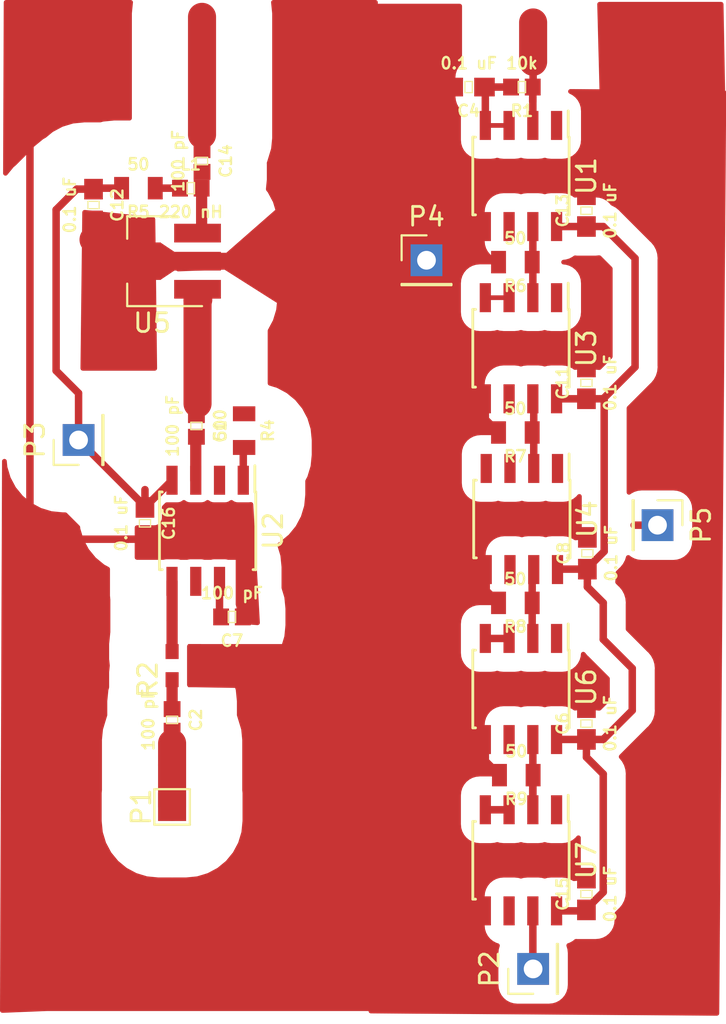
<source format=kicad_pcb>
(kicad_pcb (version 20171130) (host pcbnew 5.1.5+dfsg1-2~bpo9+1)

  (general
    (thickness 1.6)
    (drawings 0)
    (tracks 112)
    (zones 0)
    (modules 33)
    (nets 34)
  )

  (page A4)
  (layers
    (0 F.Cu signal)
    (31 B.Cu signal)
    (32 B.Adhes user)
    (33 F.Adhes user)
    (34 B.Paste user)
    (35 F.Paste user)
    (36 B.SilkS user)
    (37 F.SilkS user)
    (38 B.Mask user)
    (39 F.Mask user)
    (40 Dwgs.User user)
    (41 Cmts.User user)
    (42 Eco1.User user)
    (43 Eco2.User user)
    (44 Edge.Cuts user)
    (45 Margin user)
    (46 B.CrtYd user)
    (47 F.CrtYd user)
    (48 B.Fab user)
    (49 F.Fab user)
  )

  (setup
    (last_trace_width 0.4)
    (user_trace_width 0.4)
    (user_trace_width 1.5)
    (trace_clearance 0.2)
    (zone_clearance 0.4)
    (zone_45_only no)
    (trace_min 0.2)
    (via_size 0.8)
    (via_drill 0.4)
    (via_min_size 0.4)
    (via_min_drill 0.3)
    (uvia_size 0.3)
    (uvia_drill 0.1)
    (uvias_allowed no)
    (uvia_min_size 0.2)
    (uvia_min_drill 0.1)
    (edge_width 0.05)
    (segment_width 0.2)
    (pcb_text_width 0.3)
    (pcb_text_size 1.5 1.5)
    (mod_edge_width 0.12)
    (mod_text_size 1 1)
    (mod_text_width 0.15)
    (pad_size 1.524 1.524)
    (pad_drill 0.762)
    (pad_to_mask_clearance 0.051)
    (solder_mask_min_width 0.25)
    (aux_axis_origin 68.6 54.2)
    (grid_origin 68.6 54.2)
    (visible_elements FFFFFF7F)
    (pcbplotparams
      (layerselection 0x00000_7fffffff)
      (usegerberextensions false)
      (usegerberattributes false)
      (usegerberadvancedattributes false)
      (creategerberjobfile false)
      (excludeedgelayer true)
      (linewidth 0.150000)
      (plotframeref false)
      (viasonmask false)
      (mode 1)
      (useauxorigin true)
      (hpglpennumber 1)
      (hpglpenspeed 20)
      (hpglpendiameter 15.000000)
      (psnegative false)
      (psa4output false)
      (plotreference true)
      (plotvalue true)
      (plotinvisibletext false)
      (padsonsilk false)
      (subtractmaskfromsilk false)
      (outputformat 1)
      (mirror false)
      (drillshape 0)
      (scaleselection 1)
      (outputdirectory ""))
  )

  (net 0 "")
  (net 1 "Net-(C2-Pad1)")
  (net 2 GND)
  (net 3 "Net-(C4-Pad1)")
  (net 4 3.3V)
  (net 5 "Net-(C7-Pad2)")
  (net 6 "Net-(C10-Pad2)")
  (net 7 "Net-(C10-Pad1)")
  (net 8 5V)
  (net 9 "Net-(C14-Pad2)")
  (net 10 DIV8_OUT)
  (net 11 "Net-(L1-Pad1)")
  (net 12 "Net-(P2-Pad1)")
  (net 13 "Net-(R4-Pad2)")
  (net 14 "Net-(R6-Pad1)")
  (net 15 "Net-(R7-Pad1)")
  (net 16 "Net-(R8-Pad1)")
  (net 17 "Net-(R9-Pad1)")
  (net 18 "Net-(U1-Pad6)")
  (net 19 "Net-(U1-Pad1)")
  (net 20 "Net-(U3-Pad6)")
  (net 21 "Net-(U3-Pad3)")
  (net 22 "Net-(U3-Pad1)")
  (net 23 "Net-(U4-Pad6)")
  (net 24 "Net-(U4-Pad3)")
  (net 25 "Net-(U4-Pad1)")
  (net 26 "Net-(U6-Pad6)")
  (net 27 "Net-(U6-Pad3)")
  (net 28 "Net-(U6-Pad1)")
  (net 29 "Net-(U7-Pad6)")
  (net 30 "Net-(U7-Pad3)")
  (net 31 "Net-(U7-Pad1)")
  (net 32 "Net-(C2-Pad2)")
  (net 33 "Net-(R2-Pad2)")

  (net_class Default "This is the default net class."
    (clearance 0.2)
    (trace_width 0.25)
    (via_dia 0.8)
    (via_drill 0.4)
    (uvia_dia 0.3)
    (uvia_drill 0.1)
    (add_net 3.3V)
    (add_net 5V)
    (add_net DIV8_OUT)
    (add_net GND)
    (add_net "Net-(C10-Pad1)")
    (add_net "Net-(C10-Pad2)")
    (add_net "Net-(C14-Pad2)")
    (add_net "Net-(C2-Pad1)")
    (add_net "Net-(C2-Pad2)")
    (add_net "Net-(C4-Pad1)")
    (add_net "Net-(C7-Pad2)")
    (add_net "Net-(L1-Pad1)")
    (add_net "Net-(P2-Pad1)")
    (add_net "Net-(R2-Pad2)")
    (add_net "Net-(R4-Pad2)")
    (add_net "Net-(R6-Pad1)")
    (add_net "Net-(R7-Pad1)")
    (add_net "Net-(R8-Pad1)")
    (add_net "Net-(R9-Pad1)")
    (add_net "Net-(U1-Pad1)")
    (add_net "Net-(U1-Pad6)")
    (add_net "Net-(U3-Pad1)")
    (add_net "Net-(U3-Pad3)")
    (add_net "Net-(U3-Pad6)")
    (add_net "Net-(U4-Pad1)")
    (add_net "Net-(U4-Pad3)")
    (add_net "Net-(U4-Pad6)")
    (add_net "Net-(U6-Pad1)")
    (add_net "Net-(U6-Pad3)")
    (add_net "Net-(U6-Pad6)")
    (add_net "Net-(U7-Pad1)")
    (add_net "Net-(U7-Pad3)")
    (add_net "Net-(U7-Pad6)")
  )

  (module Capacitors:0805 (layer F.Cu) (tedit 200000) (tstamp 5F2DB195)
    (at 96 95.6 180)
    (descr "GENERIC 2012 (0805) PACKAGE")
    (tags "GENERIC 2012 (0805) PACKAGE")
    (path /5F8B926F)
    (attr smd)
    (fp_text reference R9 (at 0 -1.27) (layer F.SilkS)
      (effects (font (size 0.6096 0.6096) (thickness 0.127)))
    )
    (fp_text value 50 (at 0 1.27) (layer F.SilkS)
      (effects (font (size 0.6096 0.6096) (thickness 0.127)))
    )
    (fp_line (start -1.4986 0.79756) (end -1.4986 -0.79756) (layer F.CrtYd) (width 0.0508))
    (fp_line (start 1.4986 0.79756) (end -1.4986 0.79756) (layer F.CrtYd) (width 0.0508))
    (fp_line (start 1.4986 -0.79756) (end 1.4986 0.79756) (layer F.CrtYd) (width 0.0508))
    (fp_line (start -1.4986 -0.79756) (end 1.4986 -0.79756) (layer F.CrtYd) (width 0.0508))
    (pad 2 smd rect (at 0.89916 0 180) (size 0.79756 1.19888) (layers F.Cu F.Paste F.Mask)
      (net 2 GND) (solder_mask_margin 0.1016))
    (pad 1 smd rect (at -0.89916 0 180) (size 0.79756 1.19888) (layers F.Cu F.Paste F.Mask)
      (net 17 "Net-(R9-Pad1)") (solder_mask_margin 0.1016))
  )

  (module Capacitors:0805 (layer F.Cu) (tedit 200000) (tstamp 5F2DB18B)
    (at 95.950001 86.4 180)
    (descr "GENERIC 2012 (0805) PACKAGE")
    (tags "GENERIC 2012 (0805) PACKAGE")
    (path /5F8B7231)
    (attr smd)
    (fp_text reference R8 (at 0 -1.27) (layer F.SilkS)
      (effects (font (size 0.6096 0.6096) (thickness 0.127)))
    )
    (fp_text value 50 (at 0 1.27) (layer F.SilkS)
      (effects (font (size 0.6096 0.6096) (thickness 0.127)))
    )
    (fp_line (start -1.4986 0.79756) (end -1.4986 -0.79756) (layer F.CrtYd) (width 0.0508))
    (fp_line (start 1.4986 0.79756) (end -1.4986 0.79756) (layer F.CrtYd) (width 0.0508))
    (fp_line (start 1.4986 -0.79756) (end 1.4986 0.79756) (layer F.CrtYd) (width 0.0508))
    (fp_line (start -1.4986 -0.79756) (end 1.4986 -0.79756) (layer F.CrtYd) (width 0.0508))
    (pad 2 smd rect (at 0.89916 0 180) (size 0.79756 1.19888) (layers F.Cu F.Paste F.Mask)
      (net 2 GND) (solder_mask_margin 0.1016))
    (pad 1 smd rect (at -0.89916 0 180) (size 0.79756 1.19888) (layers F.Cu F.Paste F.Mask)
      (net 16 "Net-(R8-Pad1)") (solder_mask_margin 0.1016))
  )

  (module Capacitors:0805 (layer F.Cu) (tedit 200000) (tstamp 5F2DB181)
    (at 95.95 77.3 180)
    (descr "GENERIC 2012 (0805) PACKAGE")
    (tags "GENERIC 2012 (0805) PACKAGE")
    (path /5F8B5270)
    (attr smd)
    (fp_text reference R7 (at 0 -1.27) (layer F.SilkS)
      (effects (font (size 0.6096 0.6096) (thickness 0.127)))
    )
    (fp_text value 50 (at 0 1.27) (layer F.SilkS)
      (effects (font (size 0.6096 0.6096) (thickness 0.127)))
    )
    (fp_line (start -1.4986 0.79756) (end -1.4986 -0.79756) (layer F.CrtYd) (width 0.0508))
    (fp_line (start 1.4986 0.79756) (end -1.4986 0.79756) (layer F.CrtYd) (width 0.0508))
    (fp_line (start 1.4986 -0.79756) (end 1.4986 0.79756) (layer F.CrtYd) (width 0.0508))
    (fp_line (start -1.4986 -0.79756) (end 1.4986 -0.79756) (layer F.CrtYd) (width 0.0508))
    (pad 2 smd rect (at 0.89916 0 180) (size 0.79756 1.19888) (layers F.Cu F.Paste F.Mask)
      (net 2 GND) (solder_mask_margin 0.1016))
    (pad 1 smd rect (at -0.89916 0 180) (size 0.79756 1.19888) (layers F.Cu F.Paste F.Mask)
      (net 15 "Net-(R7-Pad1)") (solder_mask_margin 0.1016))
  )

  (module Capacitors:0805 (layer F.Cu) (tedit 200000) (tstamp 5F2DB177)
    (at 95.95 68.2 180)
    (descr "GENERIC 2012 (0805) PACKAGE")
    (tags "GENERIC 2012 (0805) PACKAGE")
    (path /5F8B2CF2)
    (attr smd)
    (fp_text reference R6 (at 0 -1.27) (layer F.SilkS)
      (effects (font (size 0.6096 0.6096) (thickness 0.127)))
    )
    (fp_text value 50 (at 0 1.27) (layer F.SilkS)
      (effects (font (size 0.6096 0.6096) (thickness 0.127)))
    )
    (fp_line (start -1.4986 0.79756) (end -1.4986 -0.79756) (layer F.CrtYd) (width 0.0508))
    (fp_line (start 1.4986 0.79756) (end -1.4986 0.79756) (layer F.CrtYd) (width 0.0508))
    (fp_line (start 1.4986 -0.79756) (end 1.4986 0.79756) (layer F.CrtYd) (width 0.0508))
    (fp_line (start -1.4986 -0.79756) (end 1.4986 -0.79756) (layer F.CrtYd) (width 0.0508))
    (pad 2 smd rect (at 0.89916 0 180) (size 0.79756 1.19888) (layers F.Cu F.Paste F.Mask)
      (net 2 GND) (solder_mask_margin 0.1016))
    (pad 1 smd rect (at -0.89916 0 180) (size 0.79756 1.19888) (layers F.Cu F.Paste F.Mask)
      (net 14 "Net-(R6-Pad1)") (solder_mask_margin 0.1016))
  )

  (module Capacitors:0805 (layer F.Cu) (tedit 200000) (tstamp 5F2DA8F5)
    (at 75.8 64.25 180)
    (descr "GENERIC 2012 (0805) PACKAGE")
    (tags "GENERIC 2012 (0805) PACKAGE")
    (path /5F83A459)
    (attr smd)
    (fp_text reference R5 (at 0 -1.27) (layer F.SilkS)
      (effects (font (size 0.6096 0.6096) (thickness 0.127)))
    )
    (fp_text value 50 (at 0 1.27) (layer F.SilkS)
      (effects (font (size 0.6096 0.6096) (thickness 0.127)))
    )
    (fp_line (start -1.4986 0.79756) (end -1.4986 -0.79756) (layer F.CrtYd) (width 0.0508))
    (fp_line (start 1.4986 0.79756) (end -1.4986 0.79756) (layer F.CrtYd) (width 0.0508))
    (fp_line (start 1.4986 -0.79756) (end 1.4986 0.79756) (layer F.CrtYd) (width 0.0508))
    (fp_line (start -1.4986 -0.79756) (end 1.4986 -0.79756) (layer F.CrtYd) (width 0.0508))
    (pad 2 smd rect (at 0.89916 0 180) (size 0.79756 1.19888) (layers F.Cu F.Paste F.Mask)
      (net 8 5V) (solder_mask_margin 0.1016))
    (pad 1 smd rect (at -0.89916 0 180) (size 0.79756 1.19888) (layers F.Cu F.Paste F.Mask)
      (net 11 "Net-(L1-Pad1)") (solder_mask_margin 0.1016))
  )

  (module Capacitors:0805 (layer F.Cu) (tedit 200000) (tstamp 5F2DA8EB)
    (at 81.45 77.200001 270)
    (descr "GENERIC 2012 (0805) PACKAGE")
    (tags "GENERIC 2012 (0805) PACKAGE")
    (path /5F85FAE8)
    (attr smd)
    (fp_text reference R4 (at 0 -1.27 90) (layer F.SilkS)
      (effects (font (size 0.6096 0.6096) (thickness 0.127)))
    )
    (fp_text value 50 (at 0 1.27 90) (layer F.SilkS)
      (effects (font (size 0.6096 0.6096) (thickness 0.127)))
    )
    (fp_line (start -1.4986 0.79756) (end -1.4986 -0.79756) (layer F.CrtYd) (width 0.0508))
    (fp_line (start 1.4986 0.79756) (end -1.4986 0.79756) (layer F.CrtYd) (width 0.0508))
    (fp_line (start 1.4986 -0.79756) (end 1.4986 0.79756) (layer F.CrtYd) (width 0.0508))
    (fp_line (start -1.4986 -0.79756) (end 1.4986 -0.79756) (layer F.CrtYd) (width 0.0508))
    (pad 2 smd rect (at 0.89916 0 270) (size 0.79756 1.19888) (layers F.Cu F.Paste F.Mask)
      (net 13 "Net-(R4-Pad2)") (solder_mask_margin 0.1016))
    (pad 1 smd rect (at -0.89916 0 270) (size 0.79756 1.19888) (layers F.Cu F.Paste F.Mask)
      (net 2 GND) (solder_mask_margin 0.1016))
  )

  (module Capacitors:0402 (layer F.Cu) (tedit 200000) (tstamp 5F2DA8D7)
    (at 96.299999 58.85 180)
    (descr "GENERIC 1005 (0402) PACKAGE")
    (tags "GENERIC 1005 (0402) PACKAGE")
    (path /5F87783B)
    (attr smd)
    (fp_text reference R1 (at 0 -1.27) (layer F.SilkS)
      (effects (font (size 0.6096 0.6096) (thickness 0.127)))
    )
    (fp_text value 10k (at 0 1.27) (layer F.SilkS)
      (effects (font (size 0.6096 0.6096) (thickness 0.127)))
    )
    (fp_line (start -1.19888 0.6477) (end -1.19888 -0.6477) (layer F.CrtYd) (width 0.0508))
    (fp_line (start 1.19888 0.6477) (end -1.19888 0.6477) (layer F.CrtYd) (width 0.0508))
    (fp_line (start 1.19888 -0.6477) (end 1.19888 0.6477) (layer F.CrtYd) (width 0.0508))
    (fp_line (start -1.19888 -0.6477) (end 1.19888 -0.6477) (layer F.CrtYd) (width 0.0508))
    (fp_line (start 0.26924 0.2286) (end -0.26924 0.2286) (layer Dwgs.User) (width 0.1524))
    (fp_line (start -0.26924 -0.2286) (end 0.26924 -0.2286) (layer Dwgs.User) (width 0.1524))
    (fp_line (start -0.19812 0.29972) (end -0.19812 -0.29972) (layer F.SilkS) (width 0.06604))
    (fp_line (start -0.19812 -0.29972) (end 0.19812 -0.29972) (layer F.SilkS) (width 0.06604))
    (fp_line (start 0.19812 0.29972) (end 0.19812 -0.29972) (layer F.SilkS) (width 0.06604))
    (fp_line (start -0.19812 0.29972) (end 0.19812 0.29972) (layer F.SilkS) (width 0.06604))
    (fp_line (start 0.25654 0.3048) (end 0.25654 -0.3048) (layer Dwgs.User) (width 0.06604))
    (fp_line (start 0.25654 -0.3048) (end 0.5588 -0.3048) (layer Dwgs.User) (width 0.06604))
    (fp_line (start 0.5588 0.3048) (end 0.5588 -0.3048) (layer Dwgs.User) (width 0.06604))
    (fp_line (start 0.25654 0.3048) (end 0.5588 0.3048) (layer Dwgs.User) (width 0.06604))
    (fp_line (start -0.55372 0.3048) (end -0.55372 -0.3048) (layer Dwgs.User) (width 0.06604))
    (fp_line (start -0.55372 -0.3048) (end -0.254 -0.3048) (layer Dwgs.User) (width 0.06604))
    (fp_line (start -0.254 0.3048) (end -0.254 -0.3048) (layer Dwgs.User) (width 0.06604))
    (fp_line (start -0.55372 0.3048) (end -0.254 0.3048) (layer Dwgs.User) (width 0.06604))
    (pad 2 smd rect (at 0.57912 0 180) (size 0.84836 0.89916) (layers F.Cu F.Paste F.Mask)
      (net 3 "Net-(C4-Pad1)") (solder_mask_margin 0.1016))
    (pad 1 smd rect (at -0.57912 0 180) (size 0.84836 0.89916) (layers F.Cu F.Paste F.Mask)
      (net 10 DIV8_OUT) (solder_mask_margin 0.1016))
  )

  (module Capacitors:0402 (layer F.Cu) (tedit 200000) (tstamp 5F2DA89C)
    (at 78.6 64.25)
    (descr "GENERIC 1005 (0402) PACKAGE")
    (tags "GENERIC 1005 (0402) PACKAGE")
    (path /5F83C16D)
    (attr smd)
    (fp_text reference L1 (at 0 -1.27) (layer F.SilkS)
      (effects (font (size 0.6096 0.6096) (thickness 0.127)))
    )
    (fp_text value "220 nH" (at 0 1.27) (layer F.SilkS)
      (effects (font (size 0.6096 0.6096) (thickness 0.127)))
    )
    (fp_line (start -1.19888 0.6477) (end -1.19888 -0.6477) (layer F.CrtYd) (width 0.0508))
    (fp_line (start 1.19888 0.6477) (end -1.19888 0.6477) (layer F.CrtYd) (width 0.0508))
    (fp_line (start 1.19888 -0.6477) (end 1.19888 0.6477) (layer F.CrtYd) (width 0.0508))
    (fp_line (start -1.19888 -0.6477) (end 1.19888 -0.6477) (layer F.CrtYd) (width 0.0508))
    (fp_line (start 0.26924 0.2286) (end -0.26924 0.2286) (layer Dwgs.User) (width 0.1524))
    (fp_line (start -0.26924 -0.2286) (end 0.26924 -0.2286) (layer Dwgs.User) (width 0.1524))
    (fp_line (start -0.19812 0.29972) (end -0.19812 -0.29972) (layer F.SilkS) (width 0.06604))
    (fp_line (start -0.19812 -0.29972) (end 0.19812 -0.29972) (layer F.SilkS) (width 0.06604))
    (fp_line (start 0.19812 0.29972) (end 0.19812 -0.29972) (layer F.SilkS) (width 0.06604))
    (fp_line (start -0.19812 0.29972) (end 0.19812 0.29972) (layer F.SilkS) (width 0.06604))
    (fp_line (start 0.25654 0.3048) (end 0.25654 -0.3048) (layer Dwgs.User) (width 0.06604))
    (fp_line (start 0.25654 -0.3048) (end 0.5588 -0.3048) (layer Dwgs.User) (width 0.06604))
    (fp_line (start 0.5588 0.3048) (end 0.5588 -0.3048) (layer Dwgs.User) (width 0.06604))
    (fp_line (start 0.25654 0.3048) (end 0.5588 0.3048) (layer Dwgs.User) (width 0.06604))
    (fp_line (start -0.55372 0.3048) (end -0.55372 -0.3048) (layer Dwgs.User) (width 0.06604))
    (fp_line (start -0.55372 -0.3048) (end -0.254 -0.3048) (layer Dwgs.User) (width 0.06604))
    (fp_line (start -0.254 0.3048) (end -0.254 -0.3048) (layer Dwgs.User) (width 0.06604))
    (fp_line (start -0.55372 0.3048) (end -0.254 0.3048) (layer Dwgs.User) (width 0.06604))
    (pad 2 smd rect (at 0.57912 0) (size 0.84836 0.89916) (layers F.Cu F.Paste F.Mask)
      (net 9 "Net-(C14-Pad2)") (solder_mask_margin 0.1016))
    (pad 1 smd rect (at -0.57912 0) (size 0.84836 0.89916) (layers F.Cu F.Paste F.Mask)
      (net 11 "Net-(L1-Pad1)") (solder_mask_margin 0.1016))
  )

  (module Capacitors:0603 (layer F.Cu) (tedit 596180EF) (tstamp 5F2E1FEF)
    (at 76.15 82.15 270)
    (descr "GENERIC 1608 (0603) PACKAGE")
    (tags "GENERIC 1608 (0603) PACKAGE")
    (path /5F9553BF)
    (attr smd)
    (fp_text reference C16 (at 0 -1.27 90) (layer F.SilkS)
      (effects (font (size 0.6096 0.6096) (thickness 0.127)))
    )
    (fp_text value "0.1 uF" (at 0 1.27 90) (layer F.SilkS)
      (effects (font (size 0.6096 0.6096) (thickness 0.127)))
    )
    (fp_line (start -0.3556 0.41656) (end 0.3556 0.41656) (layer Dwgs.User) (width 0.1016))
    (fp_line (start -0.3556 -0.4318) (end 0.3556 -0.4318) (layer Dwgs.User) (width 0.1016))
    (fp_line (start -1.59766 0.6985) (end -1.59766 -0.6985) (layer F.CrtYd) (width 0.0508))
    (fp_line (start 1.59766 0.6985) (end -1.59766 0.6985) (layer F.CrtYd) (width 0.0508))
    (fp_line (start 1.59766 -0.6985) (end 1.59766 0.6985) (layer F.CrtYd) (width 0.0508))
    (fp_line (start -1.59766 -0.6985) (end 1.59766 -0.6985) (layer F.CrtYd) (width 0.0508))
    (fp_line (start -0.19812 0.29972) (end -0.19812 -0.29972) (layer F.SilkS) (width 0.06604))
    (fp_line (start -0.19812 -0.29972) (end 0.19812 -0.29972) (layer F.SilkS) (width 0.06604))
    (fp_line (start 0.19812 0.29972) (end 0.19812 -0.29972) (layer F.SilkS) (width 0.06604))
    (fp_line (start -0.19812 0.29972) (end 0.19812 0.29972) (layer F.SilkS) (width 0.06604))
    (fp_line (start 0.3302 0.4699) (end 0.3302 -0.48006) (layer Dwgs.User) (width 0.06604))
    (fp_line (start 0.3302 -0.48006) (end 0.82804 -0.48006) (layer Dwgs.User) (width 0.06604))
    (fp_line (start 0.82804 0.4699) (end 0.82804 -0.48006) (layer Dwgs.User) (width 0.06604))
    (fp_line (start 0.3302 0.4699) (end 0.82804 0.4699) (layer Dwgs.User) (width 0.06604))
    (fp_line (start -0.8382 0.4699) (end -0.8382 -0.48006) (layer Dwgs.User) (width 0.06604))
    (fp_line (start -0.8382 -0.48006) (end -0.33782 -0.48006) (layer Dwgs.User) (width 0.06604))
    (fp_line (start -0.33782 0.4699) (end -0.33782 -0.48006) (layer Dwgs.User) (width 0.06604))
    (fp_line (start -0.8382 0.4699) (end -0.33782 0.4699) (layer Dwgs.User) (width 0.06604))
    (pad 2 smd rect (at 0.84836 0 270) (size 1.09982 0.99822) (layers F.Cu F.Paste F.Mask)
      (net 2 GND) (solder_mask_margin 0.1016))
    (pad 1 smd rect (at -0.84836 0 270) (size 1.09982 0.99822) (layers F.Cu F.Paste F.Mask)
      (net 8 5V) (solder_mask_margin 0.1016))
  )

  (module Capacitors:0603 (layer F.Cu) (tedit 596180EF) (tstamp 5F2DA861)
    (at 99.75 101.949999 90)
    (descr "GENERIC 1608 (0603) PACKAGE")
    (tags "GENERIC 1608 (0603) PACKAGE")
    (path /5F8AF7B2)
    (attr smd)
    (fp_text reference C15 (at 0 -1.27 90) (layer F.SilkS)
      (effects (font (size 0.6096 0.6096) (thickness 0.127)))
    )
    (fp_text value "0.1 uF" (at 0 1.27 90) (layer F.SilkS)
      (effects (font (size 0.6096 0.6096) (thickness 0.127)))
    )
    (fp_line (start -0.3556 0.41656) (end 0.3556 0.41656) (layer Dwgs.User) (width 0.1016))
    (fp_line (start -0.3556 -0.4318) (end 0.3556 -0.4318) (layer Dwgs.User) (width 0.1016))
    (fp_line (start -1.59766 0.6985) (end -1.59766 -0.6985) (layer F.CrtYd) (width 0.0508))
    (fp_line (start 1.59766 0.6985) (end -1.59766 0.6985) (layer F.CrtYd) (width 0.0508))
    (fp_line (start 1.59766 -0.6985) (end 1.59766 0.6985) (layer F.CrtYd) (width 0.0508))
    (fp_line (start -1.59766 -0.6985) (end 1.59766 -0.6985) (layer F.CrtYd) (width 0.0508))
    (fp_line (start -0.19812 0.29972) (end -0.19812 -0.29972) (layer F.SilkS) (width 0.06604))
    (fp_line (start -0.19812 -0.29972) (end 0.19812 -0.29972) (layer F.SilkS) (width 0.06604))
    (fp_line (start 0.19812 0.29972) (end 0.19812 -0.29972) (layer F.SilkS) (width 0.06604))
    (fp_line (start -0.19812 0.29972) (end 0.19812 0.29972) (layer F.SilkS) (width 0.06604))
    (fp_line (start 0.3302 0.4699) (end 0.3302 -0.48006) (layer Dwgs.User) (width 0.06604))
    (fp_line (start 0.3302 -0.48006) (end 0.82804 -0.48006) (layer Dwgs.User) (width 0.06604))
    (fp_line (start 0.82804 0.4699) (end 0.82804 -0.48006) (layer Dwgs.User) (width 0.06604))
    (fp_line (start 0.3302 0.4699) (end 0.82804 0.4699) (layer Dwgs.User) (width 0.06604))
    (fp_line (start -0.8382 0.4699) (end -0.8382 -0.48006) (layer Dwgs.User) (width 0.06604))
    (fp_line (start -0.8382 -0.48006) (end -0.33782 -0.48006) (layer Dwgs.User) (width 0.06604))
    (fp_line (start -0.33782 0.4699) (end -0.33782 -0.48006) (layer Dwgs.User) (width 0.06604))
    (fp_line (start -0.8382 0.4699) (end -0.33782 0.4699) (layer Dwgs.User) (width 0.06604))
    (pad 2 smd rect (at 0.84836 0 90) (size 1.09982 0.99822) (layers F.Cu F.Paste F.Mask)
      (net 2 GND) (solder_mask_margin 0.1016))
    (pad 1 smd rect (at -0.84836 0 90) (size 1.09982 0.99822) (layers F.Cu F.Paste F.Mask)
      (net 4 3.3V) (solder_mask_margin 0.1016))
  )

  (module Capacitors:0402 (layer F.Cu) (tedit 200000) (tstamp 5F2DA849)
    (at 79.2 62.8 270)
    (descr "GENERIC 1005 (0402) PACKAGE")
    (tags "GENERIC 1005 (0402) PACKAGE")
    (path /5F86EC8D)
    (attr smd)
    (fp_text reference C14 (at 0 -1.27 90) (layer F.SilkS)
      (effects (font (size 0.6096 0.6096) (thickness 0.127)))
    )
    (fp_text value "100 pF" (at 0 1.27 90) (layer F.SilkS)
      (effects (font (size 0.6096 0.6096) (thickness 0.127)))
    )
    (fp_line (start -1.19888 0.6477) (end -1.19888 -0.6477) (layer F.CrtYd) (width 0.0508))
    (fp_line (start 1.19888 0.6477) (end -1.19888 0.6477) (layer F.CrtYd) (width 0.0508))
    (fp_line (start 1.19888 -0.6477) (end 1.19888 0.6477) (layer F.CrtYd) (width 0.0508))
    (fp_line (start -1.19888 -0.6477) (end 1.19888 -0.6477) (layer F.CrtYd) (width 0.0508))
    (fp_line (start 0.26924 0.2286) (end -0.26924 0.2286) (layer Dwgs.User) (width 0.1524))
    (fp_line (start -0.26924 -0.2286) (end 0.26924 -0.2286) (layer Dwgs.User) (width 0.1524))
    (fp_line (start -0.19812 0.29972) (end -0.19812 -0.29972) (layer F.SilkS) (width 0.06604))
    (fp_line (start -0.19812 -0.29972) (end 0.19812 -0.29972) (layer F.SilkS) (width 0.06604))
    (fp_line (start 0.19812 0.29972) (end 0.19812 -0.29972) (layer F.SilkS) (width 0.06604))
    (fp_line (start -0.19812 0.29972) (end 0.19812 0.29972) (layer F.SilkS) (width 0.06604))
    (fp_line (start 0.25654 0.3048) (end 0.25654 -0.3048) (layer Dwgs.User) (width 0.06604))
    (fp_line (start 0.25654 -0.3048) (end 0.5588 -0.3048) (layer Dwgs.User) (width 0.06604))
    (fp_line (start 0.5588 0.3048) (end 0.5588 -0.3048) (layer Dwgs.User) (width 0.06604))
    (fp_line (start 0.25654 0.3048) (end 0.5588 0.3048) (layer Dwgs.User) (width 0.06604))
    (fp_line (start -0.55372 0.3048) (end -0.55372 -0.3048) (layer Dwgs.User) (width 0.06604))
    (fp_line (start -0.55372 -0.3048) (end -0.254 -0.3048) (layer Dwgs.User) (width 0.06604))
    (fp_line (start -0.254 0.3048) (end -0.254 -0.3048) (layer Dwgs.User) (width 0.06604))
    (fp_line (start -0.55372 0.3048) (end -0.254 0.3048) (layer Dwgs.User) (width 0.06604))
    (pad 2 smd rect (at 0.57912 0 270) (size 0.84836 0.89916) (layers F.Cu F.Paste F.Mask)
      (net 9 "Net-(C14-Pad2)") (solder_mask_margin 0.1016))
    (pad 1 smd rect (at -0.57912 0 270) (size 0.84836 0.89916) (layers F.Cu F.Paste F.Mask)
      (net 10 DIV8_OUT) (solder_mask_margin 0.1016))
  )

  (module Capacitors:0603 (layer F.Cu) (tedit 596180EF) (tstamp 5F2DA831)
    (at 99.75 65.45 90)
    (descr "GENERIC 1608 (0603) PACKAGE")
    (tags "GENERIC 1608 (0603) PACKAGE")
    (path /5F8A6AC3)
    (attr smd)
    (fp_text reference C13 (at 0 -1.27 90) (layer F.SilkS)
      (effects (font (size 0.6096 0.6096) (thickness 0.127)))
    )
    (fp_text value "0.1 uF" (at 0 1.27 90) (layer F.SilkS)
      (effects (font (size 0.6096 0.6096) (thickness 0.127)))
    )
    (fp_line (start -0.3556 0.41656) (end 0.3556 0.41656) (layer Dwgs.User) (width 0.1016))
    (fp_line (start -0.3556 -0.4318) (end 0.3556 -0.4318) (layer Dwgs.User) (width 0.1016))
    (fp_line (start -1.59766 0.6985) (end -1.59766 -0.6985) (layer F.CrtYd) (width 0.0508))
    (fp_line (start 1.59766 0.6985) (end -1.59766 0.6985) (layer F.CrtYd) (width 0.0508))
    (fp_line (start 1.59766 -0.6985) (end 1.59766 0.6985) (layer F.CrtYd) (width 0.0508))
    (fp_line (start -1.59766 -0.6985) (end 1.59766 -0.6985) (layer F.CrtYd) (width 0.0508))
    (fp_line (start -0.19812 0.29972) (end -0.19812 -0.29972) (layer F.SilkS) (width 0.06604))
    (fp_line (start -0.19812 -0.29972) (end 0.19812 -0.29972) (layer F.SilkS) (width 0.06604))
    (fp_line (start 0.19812 0.29972) (end 0.19812 -0.29972) (layer F.SilkS) (width 0.06604))
    (fp_line (start -0.19812 0.29972) (end 0.19812 0.29972) (layer F.SilkS) (width 0.06604))
    (fp_line (start 0.3302 0.4699) (end 0.3302 -0.48006) (layer Dwgs.User) (width 0.06604))
    (fp_line (start 0.3302 -0.48006) (end 0.82804 -0.48006) (layer Dwgs.User) (width 0.06604))
    (fp_line (start 0.82804 0.4699) (end 0.82804 -0.48006) (layer Dwgs.User) (width 0.06604))
    (fp_line (start 0.3302 0.4699) (end 0.82804 0.4699) (layer Dwgs.User) (width 0.06604))
    (fp_line (start -0.8382 0.4699) (end -0.8382 -0.48006) (layer Dwgs.User) (width 0.06604))
    (fp_line (start -0.8382 -0.48006) (end -0.33782 -0.48006) (layer Dwgs.User) (width 0.06604))
    (fp_line (start -0.33782 0.4699) (end -0.33782 -0.48006) (layer Dwgs.User) (width 0.06604))
    (fp_line (start -0.8382 0.4699) (end -0.33782 0.4699) (layer Dwgs.User) (width 0.06604))
    (pad 2 smd rect (at 0.84836 0 90) (size 1.09982 0.99822) (layers F.Cu F.Paste F.Mask)
      (net 2 GND) (solder_mask_margin 0.1016))
    (pad 1 smd rect (at -0.84836 0 90) (size 1.09982 0.99822) (layers F.Cu F.Paste F.Mask)
      (net 4 3.3V) (solder_mask_margin 0.1016))
  )

  (module Capacitors:0603 (layer F.Cu) (tedit 596180EF) (tstamp 5F2DA819)
    (at 73.4 65.15 270)
    (descr "GENERIC 1608 (0603) PACKAGE")
    (tags "GENERIC 1608 (0603) PACKAGE")
    (path /5F894927)
    (attr smd)
    (fp_text reference C12 (at 0 -1.27 90) (layer F.SilkS)
      (effects (font (size 0.6096 0.6096) (thickness 0.127)))
    )
    (fp_text value "0.1 uF" (at 0 1.27 90) (layer F.SilkS)
      (effects (font (size 0.6096 0.6096) (thickness 0.127)))
    )
    (fp_line (start -0.3556 0.41656) (end 0.3556 0.41656) (layer Dwgs.User) (width 0.1016))
    (fp_line (start -0.3556 -0.4318) (end 0.3556 -0.4318) (layer Dwgs.User) (width 0.1016))
    (fp_line (start -1.59766 0.6985) (end -1.59766 -0.6985) (layer F.CrtYd) (width 0.0508))
    (fp_line (start 1.59766 0.6985) (end -1.59766 0.6985) (layer F.CrtYd) (width 0.0508))
    (fp_line (start 1.59766 -0.6985) (end 1.59766 0.6985) (layer F.CrtYd) (width 0.0508))
    (fp_line (start -1.59766 -0.6985) (end 1.59766 -0.6985) (layer F.CrtYd) (width 0.0508))
    (fp_line (start -0.19812 0.29972) (end -0.19812 -0.29972) (layer F.SilkS) (width 0.06604))
    (fp_line (start -0.19812 -0.29972) (end 0.19812 -0.29972) (layer F.SilkS) (width 0.06604))
    (fp_line (start 0.19812 0.29972) (end 0.19812 -0.29972) (layer F.SilkS) (width 0.06604))
    (fp_line (start -0.19812 0.29972) (end 0.19812 0.29972) (layer F.SilkS) (width 0.06604))
    (fp_line (start 0.3302 0.4699) (end 0.3302 -0.48006) (layer Dwgs.User) (width 0.06604))
    (fp_line (start 0.3302 -0.48006) (end 0.82804 -0.48006) (layer Dwgs.User) (width 0.06604))
    (fp_line (start 0.82804 0.4699) (end 0.82804 -0.48006) (layer Dwgs.User) (width 0.06604))
    (fp_line (start 0.3302 0.4699) (end 0.82804 0.4699) (layer Dwgs.User) (width 0.06604))
    (fp_line (start -0.8382 0.4699) (end -0.8382 -0.48006) (layer Dwgs.User) (width 0.06604))
    (fp_line (start -0.8382 -0.48006) (end -0.33782 -0.48006) (layer Dwgs.User) (width 0.06604))
    (fp_line (start -0.33782 0.4699) (end -0.33782 -0.48006) (layer Dwgs.User) (width 0.06604))
    (fp_line (start -0.8382 0.4699) (end -0.33782 0.4699) (layer Dwgs.User) (width 0.06604))
    (pad 2 smd rect (at 0.84836 0 270) (size 1.09982 0.99822) (layers F.Cu F.Paste F.Mask)
      (net 2 GND) (solder_mask_margin 0.1016))
    (pad 1 smd rect (at -0.84836 0 270) (size 1.09982 0.99822) (layers F.Cu F.Paste F.Mask)
      (net 8 5V) (solder_mask_margin 0.1016))
  )

  (module Capacitors:0603 (layer F.Cu) (tedit 596180EF) (tstamp 5F2DA801)
    (at 99.75 74.65 90)
    (descr "GENERIC 1608 (0603) PACKAGE")
    (tags "GENERIC 1608 (0603) PACKAGE")
    (path /5F8A2E9B)
    (attr smd)
    (fp_text reference C11 (at 0 -1.27 90) (layer F.SilkS)
      (effects (font (size 0.6096 0.6096) (thickness 0.127)))
    )
    (fp_text value "0.1 uF" (at 0 1.27 90) (layer F.SilkS)
      (effects (font (size 0.6096 0.6096) (thickness 0.127)))
    )
    (fp_line (start -0.3556 0.41656) (end 0.3556 0.41656) (layer Dwgs.User) (width 0.1016))
    (fp_line (start -0.3556 -0.4318) (end 0.3556 -0.4318) (layer Dwgs.User) (width 0.1016))
    (fp_line (start -1.59766 0.6985) (end -1.59766 -0.6985) (layer F.CrtYd) (width 0.0508))
    (fp_line (start 1.59766 0.6985) (end -1.59766 0.6985) (layer F.CrtYd) (width 0.0508))
    (fp_line (start 1.59766 -0.6985) (end 1.59766 0.6985) (layer F.CrtYd) (width 0.0508))
    (fp_line (start -1.59766 -0.6985) (end 1.59766 -0.6985) (layer F.CrtYd) (width 0.0508))
    (fp_line (start -0.19812 0.29972) (end -0.19812 -0.29972) (layer F.SilkS) (width 0.06604))
    (fp_line (start -0.19812 -0.29972) (end 0.19812 -0.29972) (layer F.SilkS) (width 0.06604))
    (fp_line (start 0.19812 0.29972) (end 0.19812 -0.29972) (layer F.SilkS) (width 0.06604))
    (fp_line (start -0.19812 0.29972) (end 0.19812 0.29972) (layer F.SilkS) (width 0.06604))
    (fp_line (start 0.3302 0.4699) (end 0.3302 -0.48006) (layer Dwgs.User) (width 0.06604))
    (fp_line (start 0.3302 -0.48006) (end 0.82804 -0.48006) (layer Dwgs.User) (width 0.06604))
    (fp_line (start 0.82804 0.4699) (end 0.82804 -0.48006) (layer Dwgs.User) (width 0.06604))
    (fp_line (start 0.3302 0.4699) (end 0.82804 0.4699) (layer Dwgs.User) (width 0.06604))
    (fp_line (start -0.8382 0.4699) (end -0.8382 -0.48006) (layer Dwgs.User) (width 0.06604))
    (fp_line (start -0.8382 -0.48006) (end -0.33782 -0.48006) (layer Dwgs.User) (width 0.06604))
    (fp_line (start -0.33782 0.4699) (end -0.33782 -0.48006) (layer Dwgs.User) (width 0.06604))
    (fp_line (start -0.8382 0.4699) (end -0.33782 0.4699) (layer Dwgs.User) (width 0.06604))
    (pad 2 smd rect (at 0.84836 0 90) (size 1.09982 0.99822) (layers F.Cu F.Paste F.Mask)
      (net 2 GND) (solder_mask_margin 0.1016))
    (pad 1 smd rect (at -0.84836 0 90) (size 1.09982 0.99822) (layers F.Cu F.Paste F.Mask)
      (net 4 3.3V) (solder_mask_margin 0.1016))
  )

  (module Capacitors:0402 (layer F.Cu) (tedit 200000) (tstamp 5F2DA7E9)
    (at 78.9 76.95 270)
    (descr "GENERIC 1005 (0402) PACKAGE")
    (tags "GENERIC 1005 (0402) PACKAGE")
    (path /5F83978B)
    (attr smd)
    (fp_text reference C10 (at 0 -1.27 90) (layer F.SilkS)
      (effects (font (size 0.6096 0.6096) (thickness 0.127)))
    )
    (fp_text value "100 pF" (at 0 1.27 90) (layer F.SilkS)
      (effects (font (size 0.6096 0.6096) (thickness 0.127)))
    )
    (fp_line (start -1.19888 0.6477) (end -1.19888 -0.6477) (layer F.CrtYd) (width 0.0508))
    (fp_line (start 1.19888 0.6477) (end -1.19888 0.6477) (layer F.CrtYd) (width 0.0508))
    (fp_line (start 1.19888 -0.6477) (end 1.19888 0.6477) (layer F.CrtYd) (width 0.0508))
    (fp_line (start -1.19888 -0.6477) (end 1.19888 -0.6477) (layer F.CrtYd) (width 0.0508))
    (fp_line (start 0.26924 0.2286) (end -0.26924 0.2286) (layer Dwgs.User) (width 0.1524))
    (fp_line (start -0.26924 -0.2286) (end 0.26924 -0.2286) (layer Dwgs.User) (width 0.1524))
    (fp_line (start -0.19812 0.29972) (end -0.19812 -0.29972) (layer F.SilkS) (width 0.06604))
    (fp_line (start -0.19812 -0.29972) (end 0.19812 -0.29972) (layer F.SilkS) (width 0.06604))
    (fp_line (start 0.19812 0.29972) (end 0.19812 -0.29972) (layer F.SilkS) (width 0.06604))
    (fp_line (start -0.19812 0.29972) (end 0.19812 0.29972) (layer F.SilkS) (width 0.06604))
    (fp_line (start 0.25654 0.3048) (end 0.25654 -0.3048) (layer Dwgs.User) (width 0.06604))
    (fp_line (start 0.25654 -0.3048) (end 0.5588 -0.3048) (layer Dwgs.User) (width 0.06604))
    (fp_line (start 0.5588 0.3048) (end 0.5588 -0.3048) (layer Dwgs.User) (width 0.06604))
    (fp_line (start 0.25654 0.3048) (end 0.5588 0.3048) (layer Dwgs.User) (width 0.06604))
    (fp_line (start -0.55372 0.3048) (end -0.55372 -0.3048) (layer Dwgs.User) (width 0.06604))
    (fp_line (start -0.55372 -0.3048) (end -0.254 -0.3048) (layer Dwgs.User) (width 0.06604))
    (fp_line (start -0.254 0.3048) (end -0.254 -0.3048) (layer Dwgs.User) (width 0.06604))
    (fp_line (start -0.55372 0.3048) (end -0.254 0.3048) (layer Dwgs.User) (width 0.06604))
    (pad 2 smd rect (at 0.57912 0 270) (size 0.84836 0.89916) (layers F.Cu F.Paste F.Mask)
      (net 6 "Net-(C10-Pad2)") (solder_mask_margin 0.1016))
    (pad 1 smd rect (at -0.57912 0 270) (size 0.84836 0.89916) (layers F.Cu F.Paste F.Mask)
      (net 7 "Net-(C10-Pad1)") (solder_mask_margin 0.1016))
  )

  (module Capacitors:0603 (layer F.Cu) (tedit 596180EF) (tstamp 5F2DA7B9)
    (at 99.8 83.750001 90)
    (descr "GENERIC 1608 (0603) PACKAGE")
    (tags "GENERIC 1608 (0603) PACKAGE")
    (path /5F89E162)
    (attr smd)
    (fp_text reference C8 (at 0 -1.27 90) (layer F.SilkS)
      (effects (font (size 0.6096 0.6096) (thickness 0.127)))
    )
    (fp_text value "0.1 uF" (at 0 1.27 90) (layer F.SilkS)
      (effects (font (size 0.6096 0.6096) (thickness 0.127)))
    )
    (fp_line (start -0.3556 0.41656) (end 0.3556 0.41656) (layer Dwgs.User) (width 0.1016))
    (fp_line (start -0.3556 -0.4318) (end 0.3556 -0.4318) (layer Dwgs.User) (width 0.1016))
    (fp_line (start -1.59766 0.6985) (end -1.59766 -0.6985) (layer F.CrtYd) (width 0.0508))
    (fp_line (start 1.59766 0.6985) (end -1.59766 0.6985) (layer F.CrtYd) (width 0.0508))
    (fp_line (start 1.59766 -0.6985) (end 1.59766 0.6985) (layer F.CrtYd) (width 0.0508))
    (fp_line (start -1.59766 -0.6985) (end 1.59766 -0.6985) (layer F.CrtYd) (width 0.0508))
    (fp_line (start -0.19812 0.29972) (end -0.19812 -0.29972) (layer F.SilkS) (width 0.06604))
    (fp_line (start -0.19812 -0.29972) (end 0.19812 -0.29972) (layer F.SilkS) (width 0.06604))
    (fp_line (start 0.19812 0.29972) (end 0.19812 -0.29972) (layer F.SilkS) (width 0.06604))
    (fp_line (start -0.19812 0.29972) (end 0.19812 0.29972) (layer F.SilkS) (width 0.06604))
    (fp_line (start 0.3302 0.4699) (end 0.3302 -0.48006) (layer Dwgs.User) (width 0.06604))
    (fp_line (start 0.3302 -0.48006) (end 0.82804 -0.48006) (layer Dwgs.User) (width 0.06604))
    (fp_line (start 0.82804 0.4699) (end 0.82804 -0.48006) (layer Dwgs.User) (width 0.06604))
    (fp_line (start 0.3302 0.4699) (end 0.82804 0.4699) (layer Dwgs.User) (width 0.06604))
    (fp_line (start -0.8382 0.4699) (end -0.8382 -0.48006) (layer Dwgs.User) (width 0.06604))
    (fp_line (start -0.8382 -0.48006) (end -0.33782 -0.48006) (layer Dwgs.User) (width 0.06604))
    (fp_line (start -0.33782 0.4699) (end -0.33782 -0.48006) (layer Dwgs.User) (width 0.06604))
    (fp_line (start -0.8382 0.4699) (end -0.33782 0.4699) (layer Dwgs.User) (width 0.06604))
    (pad 2 smd rect (at 0.84836 0 90) (size 1.09982 0.99822) (layers F.Cu F.Paste F.Mask)
      (net 2 GND) (solder_mask_margin 0.1016))
    (pad 1 smd rect (at -0.84836 0 90) (size 1.09982 0.99822) (layers F.Cu F.Paste F.Mask)
      (net 4 3.3V) (solder_mask_margin 0.1016))
  )

  (module Capacitors:0402 (layer F.Cu) (tedit 200000) (tstamp 5F2DA7A1)
    (at 80.8 87.150001 180)
    (descr "GENERIC 1005 (0402) PACKAGE")
    (tags "GENERIC 1005 (0402) PACKAGE")
    (path /5F860E94)
    (attr smd)
    (fp_text reference C7 (at 0 -1.27) (layer F.SilkS)
      (effects (font (size 0.6096 0.6096) (thickness 0.127)))
    )
    (fp_text value "100 pF" (at 0 1.27) (layer F.SilkS)
      (effects (font (size 0.6096 0.6096) (thickness 0.127)))
    )
    (fp_line (start -1.19888 0.6477) (end -1.19888 -0.6477) (layer F.CrtYd) (width 0.0508))
    (fp_line (start 1.19888 0.6477) (end -1.19888 0.6477) (layer F.CrtYd) (width 0.0508))
    (fp_line (start 1.19888 -0.6477) (end 1.19888 0.6477) (layer F.CrtYd) (width 0.0508))
    (fp_line (start -1.19888 -0.6477) (end 1.19888 -0.6477) (layer F.CrtYd) (width 0.0508))
    (fp_line (start 0.26924 0.2286) (end -0.26924 0.2286) (layer Dwgs.User) (width 0.1524))
    (fp_line (start -0.26924 -0.2286) (end 0.26924 -0.2286) (layer Dwgs.User) (width 0.1524))
    (fp_line (start -0.19812 0.29972) (end -0.19812 -0.29972) (layer F.SilkS) (width 0.06604))
    (fp_line (start -0.19812 -0.29972) (end 0.19812 -0.29972) (layer F.SilkS) (width 0.06604))
    (fp_line (start 0.19812 0.29972) (end 0.19812 -0.29972) (layer F.SilkS) (width 0.06604))
    (fp_line (start -0.19812 0.29972) (end 0.19812 0.29972) (layer F.SilkS) (width 0.06604))
    (fp_line (start 0.25654 0.3048) (end 0.25654 -0.3048) (layer Dwgs.User) (width 0.06604))
    (fp_line (start 0.25654 -0.3048) (end 0.5588 -0.3048) (layer Dwgs.User) (width 0.06604))
    (fp_line (start 0.5588 0.3048) (end 0.5588 -0.3048) (layer Dwgs.User) (width 0.06604))
    (fp_line (start 0.25654 0.3048) (end 0.5588 0.3048) (layer Dwgs.User) (width 0.06604))
    (fp_line (start -0.55372 0.3048) (end -0.55372 -0.3048) (layer Dwgs.User) (width 0.06604))
    (fp_line (start -0.55372 -0.3048) (end -0.254 -0.3048) (layer Dwgs.User) (width 0.06604))
    (fp_line (start -0.254 0.3048) (end -0.254 -0.3048) (layer Dwgs.User) (width 0.06604))
    (fp_line (start -0.55372 0.3048) (end -0.254 0.3048) (layer Dwgs.User) (width 0.06604))
    (pad 2 smd rect (at 0.57912 0 180) (size 0.84836 0.89916) (layers F.Cu F.Paste F.Mask)
      (net 5 "Net-(C7-Pad2)") (solder_mask_margin 0.1016))
    (pad 1 smd rect (at -0.57912 0 180) (size 0.84836 0.89916) (layers F.Cu F.Paste F.Mask)
      (net 2 GND) (solder_mask_margin 0.1016))
  )

  (module Capacitors:0603 (layer F.Cu) (tedit 596180EF) (tstamp 5F2DA789)
    (at 99.75 92.84508 90)
    (descr "GENERIC 1608 (0603) PACKAGE")
    (tags "GENERIC 1608 (0603) PACKAGE")
    (path /5F895F7F)
    (attr smd)
    (fp_text reference C6 (at 0 -1.27 90) (layer F.SilkS)
      (effects (font (size 0.6096 0.6096) (thickness 0.127)))
    )
    (fp_text value "0.1 uF" (at 0 1.27 90) (layer F.SilkS)
      (effects (font (size 0.6096 0.6096) (thickness 0.127)))
    )
    (fp_line (start -0.3556 0.41656) (end 0.3556 0.41656) (layer Dwgs.User) (width 0.1016))
    (fp_line (start -0.3556 -0.4318) (end 0.3556 -0.4318) (layer Dwgs.User) (width 0.1016))
    (fp_line (start -1.59766 0.6985) (end -1.59766 -0.6985) (layer F.CrtYd) (width 0.0508))
    (fp_line (start 1.59766 0.6985) (end -1.59766 0.6985) (layer F.CrtYd) (width 0.0508))
    (fp_line (start 1.59766 -0.6985) (end 1.59766 0.6985) (layer F.CrtYd) (width 0.0508))
    (fp_line (start -1.59766 -0.6985) (end 1.59766 -0.6985) (layer F.CrtYd) (width 0.0508))
    (fp_line (start -0.19812 0.29972) (end -0.19812 -0.29972) (layer F.SilkS) (width 0.06604))
    (fp_line (start -0.19812 -0.29972) (end 0.19812 -0.29972) (layer F.SilkS) (width 0.06604))
    (fp_line (start 0.19812 0.29972) (end 0.19812 -0.29972) (layer F.SilkS) (width 0.06604))
    (fp_line (start -0.19812 0.29972) (end 0.19812 0.29972) (layer F.SilkS) (width 0.06604))
    (fp_line (start 0.3302 0.4699) (end 0.3302 -0.48006) (layer Dwgs.User) (width 0.06604))
    (fp_line (start 0.3302 -0.48006) (end 0.82804 -0.48006) (layer Dwgs.User) (width 0.06604))
    (fp_line (start 0.82804 0.4699) (end 0.82804 -0.48006) (layer Dwgs.User) (width 0.06604))
    (fp_line (start 0.3302 0.4699) (end 0.82804 0.4699) (layer Dwgs.User) (width 0.06604))
    (fp_line (start -0.8382 0.4699) (end -0.8382 -0.48006) (layer Dwgs.User) (width 0.06604))
    (fp_line (start -0.8382 -0.48006) (end -0.33782 -0.48006) (layer Dwgs.User) (width 0.06604))
    (fp_line (start -0.33782 0.4699) (end -0.33782 -0.48006) (layer Dwgs.User) (width 0.06604))
    (fp_line (start -0.8382 0.4699) (end -0.33782 0.4699) (layer Dwgs.User) (width 0.06604))
    (pad 2 smd rect (at 0.84836 0 90) (size 1.09982 0.99822) (layers F.Cu F.Paste F.Mask)
      (net 2 GND) (solder_mask_margin 0.1016))
    (pad 1 smd rect (at -0.84836 0 90) (size 1.09982 0.99822) (layers F.Cu F.Paste F.Mask)
      (net 4 3.3V) (solder_mask_margin 0.1016))
  )

  (module Capacitors:0603 (layer F.Cu) (tedit 596180EF) (tstamp 5F2DA759)
    (at 93.45164 58.85 180)
    (descr "GENERIC 1608 (0603) PACKAGE")
    (tags "GENERIC 1608 (0603) PACKAGE")
    (path /5F874CE7)
    (attr smd)
    (fp_text reference C4 (at 0 -1.27) (layer F.SilkS)
      (effects (font (size 0.6096 0.6096) (thickness 0.127)))
    )
    (fp_text value "0.1 uF" (at 0 1.27) (layer F.SilkS)
      (effects (font (size 0.6096 0.6096) (thickness 0.127)))
    )
    (fp_line (start -0.3556 0.41656) (end 0.3556 0.41656) (layer Dwgs.User) (width 0.1016))
    (fp_line (start -0.3556 -0.4318) (end 0.3556 -0.4318) (layer Dwgs.User) (width 0.1016))
    (fp_line (start -1.59766 0.6985) (end -1.59766 -0.6985) (layer F.CrtYd) (width 0.0508))
    (fp_line (start 1.59766 0.6985) (end -1.59766 0.6985) (layer F.CrtYd) (width 0.0508))
    (fp_line (start 1.59766 -0.6985) (end 1.59766 0.6985) (layer F.CrtYd) (width 0.0508))
    (fp_line (start -1.59766 -0.6985) (end 1.59766 -0.6985) (layer F.CrtYd) (width 0.0508))
    (fp_line (start -0.19812 0.29972) (end -0.19812 -0.29972) (layer F.SilkS) (width 0.06604))
    (fp_line (start -0.19812 -0.29972) (end 0.19812 -0.29972) (layer F.SilkS) (width 0.06604))
    (fp_line (start 0.19812 0.29972) (end 0.19812 -0.29972) (layer F.SilkS) (width 0.06604))
    (fp_line (start -0.19812 0.29972) (end 0.19812 0.29972) (layer F.SilkS) (width 0.06604))
    (fp_line (start 0.3302 0.4699) (end 0.3302 -0.48006) (layer Dwgs.User) (width 0.06604))
    (fp_line (start 0.3302 -0.48006) (end 0.82804 -0.48006) (layer Dwgs.User) (width 0.06604))
    (fp_line (start 0.82804 0.4699) (end 0.82804 -0.48006) (layer Dwgs.User) (width 0.06604))
    (fp_line (start 0.3302 0.4699) (end 0.82804 0.4699) (layer Dwgs.User) (width 0.06604))
    (fp_line (start -0.8382 0.4699) (end -0.8382 -0.48006) (layer Dwgs.User) (width 0.06604))
    (fp_line (start -0.8382 -0.48006) (end -0.33782 -0.48006) (layer Dwgs.User) (width 0.06604))
    (fp_line (start -0.33782 0.4699) (end -0.33782 -0.48006) (layer Dwgs.User) (width 0.06604))
    (fp_line (start -0.8382 0.4699) (end -0.33782 0.4699) (layer Dwgs.User) (width 0.06604))
    (pad 2 smd rect (at 0.84836 0 180) (size 1.09982 0.99822) (layers F.Cu F.Paste F.Mask)
      (net 2 GND) (solder_mask_margin 0.1016))
    (pad 1 smd rect (at -0.84836 0 180) (size 1.09982 0.99822) (layers F.Cu F.Paste F.Mask)
      (net 3 "Net-(C4-Pad1)") (solder_mask_margin 0.1016))
  )

  (module Capacitors:0402 (layer F.Cu) (tedit 200000) (tstamp 5F2DA729)
    (at 77.6 92.65 270)
    (descr "GENERIC 1005 (0402) PACKAGE")
    (tags "GENERIC 1005 (0402) PACKAGE")
    (path /5F84D039)
    (attr smd)
    (fp_text reference C2 (at 0 -1.27 90) (layer F.SilkS)
      (effects (font (size 0.6096 0.6096) (thickness 0.127)))
    )
    (fp_text value "100 pF" (at 0 1.27 90) (layer F.SilkS)
      (effects (font (size 0.6096 0.6096) (thickness 0.127)))
    )
    (fp_line (start -1.19888 0.6477) (end -1.19888 -0.6477) (layer F.CrtYd) (width 0.0508))
    (fp_line (start 1.19888 0.6477) (end -1.19888 0.6477) (layer F.CrtYd) (width 0.0508))
    (fp_line (start 1.19888 -0.6477) (end 1.19888 0.6477) (layer F.CrtYd) (width 0.0508))
    (fp_line (start -1.19888 -0.6477) (end 1.19888 -0.6477) (layer F.CrtYd) (width 0.0508))
    (fp_line (start 0.26924 0.2286) (end -0.26924 0.2286) (layer Dwgs.User) (width 0.1524))
    (fp_line (start -0.26924 -0.2286) (end 0.26924 -0.2286) (layer Dwgs.User) (width 0.1524))
    (fp_line (start -0.19812 0.29972) (end -0.19812 -0.29972) (layer F.SilkS) (width 0.06604))
    (fp_line (start -0.19812 -0.29972) (end 0.19812 -0.29972) (layer F.SilkS) (width 0.06604))
    (fp_line (start 0.19812 0.29972) (end 0.19812 -0.29972) (layer F.SilkS) (width 0.06604))
    (fp_line (start -0.19812 0.29972) (end 0.19812 0.29972) (layer F.SilkS) (width 0.06604))
    (fp_line (start 0.25654 0.3048) (end 0.25654 -0.3048) (layer Dwgs.User) (width 0.06604))
    (fp_line (start 0.25654 -0.3048) (end 0.5588 -0.3048) (layer Dwgs.User) (width 0.06604))
    (fp_line (start 0.5588 0.3048) (end 0.5588 -0.3048) (layer Dwgs.User) (width 0.06604))
    (fp_line (start 0.25654 0.3048) (end 0.5588 0.3048) (layer Dwgs.User) (width 0.06604))
    (fp_line (start -0.55372 0.3048) (end -0.55372 -0.3048) (layer Dwgs.User) (width 0.06604))
    (fp_line (start -0.55372 -0.3048) (end -0.254 -0.3048) (layer Dwgs.User) (width 0.06604))
    (fp_line (start -0.254 0.3048) (end -0.254 -0.3048) (layer Dwgs.User) (width 0.06604))
    (fp_line (start -0.55372 0.3048) (end -0.254 0.3048) (layer Dwgs.User) (width 0.06604))
    (pad 2 smd rect (at 0.57912 0 270) (size 0.84836 0.89916) (layers F.Cu F.Paste F.Mask)
      (net 32 "Net-(C2-Pad2)") (solder_mask_margin 0.1016))
    (pad 1 smd rect (at -0.57912 0 270) (size 0.84836 0.89916) (layers F.Cu F.Paste F.Mask)
      (net 1 "Net-(C2-Pad1)") (solder_mask_margin 0.1016))
  )

  (module 0xDBFB7:PAT1220 (layer F.Cu) (tedit 5F038861) (tstamp 5F2DE4AE)
    (at 75.6 90.500001 90)
    (path /5F838885)
    (fp_text reference R2 (at 0 0.7 90) (layer F.SilkS)
      (effects (font (size 1 1) (thickness 0.15)))
    )
    (fp_text value PAT1220 (at 0 -0.5 90) (layer F.Fab)
      (effects (font (size 1 1) (thickness 0.15)))
    )
    (pad 3 smd rect (at 0.75 3.2 90) (size 2.3 0.7) (layers F.Cu F.Paste F.Mask)
      (net 2 GND))
    (pad 2 smd rect (at 1.5 2 90) (size 0.8 0.7) (layers F.Cu F.Paste F.Mask)
      (net 33 "Net-(R2-Pad2)"))
    (pad 1 smd rect (at 0 2 90) (size 0.8 0.7) (layers F.Cu F.Paste F.Mask)
      (net 1 "Net-(C2-Pad1)"))
  )

  (module Connector_PinHeader_2.54mm:PinHeader_1x01_P2.54mm_Vertical (layer F.Cu) (tedit 59FED5CC) (tstamp 5F2DD206)
    (at 103.549999 82.25 270)
    (descr "Through hole straight pin header, 1x01, 2.54mm pitch, single row")
    (tags "Through hole pin header THT 1x01 2.54mm single row")
    (path /5F8EA304)
    (fp_text reference P5 (at 0 -2.33 90) (layer F.SilkS)
      (effects (font (size 1 1) (thickness 0.15)))
    )
    (fp_text value OUTPUT (at 0 2.33 90) (layer F.Fab)
      (effects (font (size 1 1) (thickness 0.15)))
    )
    (fp_text user %R (at 0 0) (layer F.Fab)
      (effects (font (size 1 1) (thickness 0.15)))
    )
    (fp_line (start 1.8 -1.8) (end -1.8 -1.8) (layer F.CrtYd) (width 0.05))
    (fp_line (start 1.8 1.8) (end 1.8 -1.8) (layer F.CrtYd) (width 0.05))
    (fp_line (start -1.8 1.8) (end 1.8 1.8) (layer F.CrtYd) (width 0.05))
    (fp_line (start -1.8 -1.8) (end -1.8 1.8) (layer F.CrtYd) (width 0.05))
    (fp_line (start -1.33 -1.33) (end 0 -1.33) (layer F.SilkS) (width 0.12))
    (fp_line (start -1.33 0) (end -1.33 -1.33) (layer F.SilkS) (width 0.12))
    (fp_line (start -1.33 1.27) (end 1.33 1.27) (layer F.SilkS) (width 0.12))
    (fp_line (start 1.33 1.27) (end 1.33 1.33) (layer F.SilkS) (width 0.12))
    (fp_line (start -1.33 1.27) (end -1.33 1.33) (layer F.SilkS) (width 0.12))
    (fp_line (start -1.33 1.33) (end 1.33 1.33) (layer F.SilkS) (width 0.12))
    (fp_line (start -1.27 -0.635) (end -0.635 -1.27) (layer F.Fab) (width 0.1))
    (fp_line (start -1.27 1.27) (end -1.27 -0.635) (layer F.Fab) (width 0.1))
    (fp_line (start 1.27 1.27) (end -1.27 1.27) (layer F.Fab) (width 0.1))
    (fp_line (start 1.27 -1.27) (end 1.27 1.27) (layer F.Fab) (width 0.1))
    (fp_line (start -0.635 -1.27) (end 1.27 -1.27) (layer F.Fab) (width 0.1))
    (pad 1 thru_hole rect (at 0 0 270) (size 1.7 1.7) (drill 1) (layers *.Cu *.Mask)
      (net 4 3.3V))
    (model ${KISYS3DMOD}/Connector_PinHeader_2.54mm.3dshapes/PinHeader_1x01_P2.54mm_Vertical.wrl
      (at (xyz 0 0 0))
      (scale (xyz 1 1 1))
      (rotate (xyz 0 0 0))
    )
  )

  (module Connector_PinHeader_2.54mm:PinHeader_1x01_P2.54mm_Vertical (layer F.Cu) (tedit 59FED5CC) (tstamp 5F2DD1F1)
    (at 91.2 68.1)
    (descr "Through hole straight pin header, 1x01, 2.54mm pitch, single row")
    (tags "Through hole pin header THT 1x01 2.54mm single row")
    (path /5F8EAFF7)
    (fp_text reference P4 (at 0 -2.33) (layer F.SilkS)
      (effects (font (size 1 1) (thickness 0.15)))
    )
    (fp_text value OUTPUT (at 0 2.33) (layer F.Fab)
      (effects (font (size 1 1) (thickness 0.15)))
    )
    (fp_text user %R (at 0 0 90) (layer F.Fab)
      (effects (font (size 1 1) (thickness 0.15)))
    )
    (fp_line (start 1.8 -1.8) (end -1.8 -1.8) (layer F.CrtYd) (width 0.05))
    (fp_line (start 1.8 1.8) (end 1.8 -1.8) (layer F.CrtYd) (width 0.05))
    (fp_line (start -1.8 1.8) (end 1.8 1.8) (layer F.CrtYd) (width 0.05))
    (fp_line (start -1.8 -1.8) (end -1.8 1.8) (layer F.CrtYd) (width 0.05))
    (fp_line (start -1.33 -1.33) (end 0 -1.33) (layer F.SilkS) (width 0.12))
    (fp_line (start -1.33 0) (end -1.33 -1.33) (layer F.SilkS) (width 0.12))
    (fp_line (start -1.33 1.27) (end 1.33 1.27) (layer F.SilkS) (width 0.12))
    (fp_line (start 1.33 1.27) (end 1.33 1.33) (layer F.SilkS) (width 0.12))
    (fp_line (start -1.33 1.27) (end -1.33 1.33) (layer F.SilkS) (width 0.12))
    (fp_line (start -1.33 1.33) (end 1.33 1.33) (layer F.SilkS) (width 0.12))
    (fp_line (start -1.27 -0.635) (end -0.635 -1.27) (layer F.Fab) (width 0.1))
    (fp_line (start -1.27 1.27) (end -1.27 -0.635) (layer F.Fab) (width 0.1))
    (fp_line (start 1.27 1.27) (end -1.27 1.27) (layer F.Fab) (width 0.1))
    (fp_line (start 1.27 -1.27) (end 1.27 1.27) (layer F.Fab) (width 0.1))
    (fp_line (start -0.635 -1.27) (end 1.27 -1.27) (layer F.Fab) (width 0.1))
    (pad 1 thru_hole rect (at 0 0) (size 1.7 1.7) (drill 1) (layers *.Cu *.Mask)
      (net 2 GND))
    (model ${KISYS3DMOD}/Connector_PinHeader_2.54mm.3dshapes/PinHeader_1x01_P2.54mm_Vertical.wrl
      (at (xyz 0 0 0))
      (scale (xyz 1 1 1))
      (rotate (xyz 0 0 0))
    )
  )

  (module Connector_PinHeader_2.54mm:PinHeader_1x01_P2.54mm_Vertical (layer F.Cu) (tedit 59FED5CC) (tstamp 5F2DD1DC)
    (at 72.6 77.7 90)
    (descr "Through hole straight pin header, 1x01, 2.54mm pitch, single row")
    (tags "Through hole pin header THT 1x01 2.54mm single row")
    (path /5F8EBA30)
    (fp_text reference P3 (at 0 -2.33 90) (layer F.SilkS)
      (effects (font (size 1 1) (thickness 0.15)))
    )
    (fp_text value OUTPUT (at 0 2.33 90) (layer F.Fab)
      (effects (font (size 1 1) (thickness 0.15)))
    )
    (fp_text user %R (at 0 0) (layer F.Fab)
      (effects (font (size 1 1) (thickness 0.15)))
    )
    (fp_line (start 1.8 -1.8) (end -1.8 -1.8) (layer F.CrtYd) (width 0.05))
    (fp_line (start 1.8 1.8) (end 1.8 -1.8) (layer F.CrtYd) (width 0.05))
    (fp_line (start -1.8 1.8) (end 1.8 1.8) (layer F.CrtYd) (width 0.05))
    (fp_line (start -1.8 -1.8) (end -1.8 1.8) (layer F.CrtYd) (width 0.05))
    (fp_line (start -1.33 -1.33) (end 0 -1.33) (layer F.SilkS) (width 0.12))
    (fp_line (start -1.33 0) (end -1.33 -1.33) (layer F.SilkS) (width 0.12))
    (fp_line (start -1.33 1.27) (end 1.33 1.27) (layer F.SilkS) (width 0.12))
    (fp_line (start 1.33 1.27) (end 1.33 1.33) (layer F.SilkS) (width 0.12))
    (fp_line (start -1.33 1.27) (end -1.33 1.33) (layer F.SilkS) (width 0.12))
    (fp_line (start -1.33 1.33) (end 1.33 1.33) (layer F.SilkS) (width 0.12))
    (fp_line (start -1.27 -0.635) (end -0.635 -1.27) (layer F.Fab) (width 0.1))
    (fp_line (start -1.27 1.27) (end -1.27 -0.635) (layer F.Fab) (width 0.1))
    (fp_line (start 1.27 1.27) (end -1.27 1.27) (layer F.Fab) (width 0.1))
    (fp_line (start 1.27 -1.27) (end 1.27 1.27) (layer F.Fab) (width 0.1))
    (fp_line (start -0.635 -1.27) (end 1.27 -1.27) (layer F.Fab) (width 0.1))
    (pad 1 thru_hole rect (at 0 0 90) (size 1.7 1.7) (drill 1) (layers *.Cu *.Mask)
      (net 8 5V))
    (model ${KISYS3DMOD}/Connector_PinHeader_2.54mm.3dshapes/PinHeader_1x01_P2.54mm_Vertical.wrl
      (at (xyz 0 0 0))
      (scale (xyz 1 1 1))
      (rotate (xyz 0 0 0))
    )
  )

  (module Package_SO:SOIC-8_3.9x4.9mm_P1.27mm (layer F.Cu) (tedit 5A02F2D3) (tstamp 5F2DB294)
    (at 96.25 100.15 270)
    (descr "8-Lead Plastic Small Outline (SN) - Narrow, 3.90 mm Body [SOIC] (see Microchip Packaging Specification 00000049BS.pdf)")
    (tags "SOIC 1.27")
    (path /5F8A806F)
    (attr smd)
    (fp_text reference U7 (at 0 -3.5 90) (layer F.SilkS)
      (effects (font (size 1 1) (thickness 0.15)))
    )
    (fp_text value SY100EP (at 0 3.5 90) (layer F.Fab)
      (effects (font (size 1 1) (thickness 0.15)))
    )
    (fp_line (start -2.075 -2.525) (end -3.475 -2.525) (layer F.SilkS) (width 0.15))
    (fp_line (start -2.075 2.575) (end 2.075 2.575) (layer F.SilkS) (width 0.15))
    (fp_line (start -2.075 -2.575) (end 2.075 -2.575) (layer F.SilkS) (width 0.15))
    (fp_line (start -2.075 2.575) (end -2.075 2.43) (layer F.SilkS) (width 0.15))
    (fp_line (start 2.075 2.575) (end 2.075 2.43) (layer F.SilkS) (width 0.15))
    (fp_line (start 2.075 -2.575) (end 2.075 -2.43) (layer F.SilkS) (width 0.15))
    (fp_line (start -2.075 -2.575) (end -2.075 -2.525) (layer F.SilkS) (width 0.15))
    (fp_line (start -3.73 2.7) (end 3.73 2.7) (layer F.CrtYd) (width 0.05))
    (fp_line (start -3.73 -2.7) (end 3.73 -2.7) (layer F.CrtYd) (width 0.05))
    (fp_line (start 3.73 -2.7) (end 3.73 2.7) (layer F.CrtYd) (width 0.05))
    (fp_line (start -3.73 -2.7) (end -3.73 2.7) (layer F.CrtYd) (width 0.05))
    (fp_line (start -1.95 -1.45) (end -0.95 -2.45) (layer F.Fab) (width 0.1))
    (fp_line (start -1.95 2.45) (end -1.95 -1.45) (layer F.Fab) (width 0.1))
    (fp_line (start 1.95 2.45) (end -1.95 2.45) (layer F.Fab) (width 0.1))
    (fp_line (start 1.95 -2.45) (end 1.95 2.45) (layer F.Fab) (width 0.1))
    (fp_line (start -0.95 -2.45) (end 1.95 -2.45) (layer F.Fab) (width 0.1))
    (fp_text user %R (at 0 0 90) (layer F.Fab)
      (effects (font (size 1 1) (thickness 0.15)))
    )
    (pad 8 smd rect (at 2.7 -1.905 270) (size 1.55 0.6) (layers F.Cu F.Paste F.Mask)
      (net 4 3.3V))
    (pad 7 smd rect (at 2.7 -0.635 270) (size 1.55 0.6) (layers F.Cu F.Paste F.Mask)
      (net 12 "Net-(P2-Pad1)"))
    (pad 6 smd rect (at 2.7 0.635 270) (size 1.55 0.6) (layers F.Cu F.Paste F.Mask)
      (net 29 "Net-(U7-Pad6)"))
    (pad 5 smd rect (at 2.7 1.905 270) (size 1.55 0.6) (layers F.Cu F.Paste F.Mask)
      (net 2 GND))
    (pad 4 smd rect (at -2.7 1.905 270) (size 1.55 0.6) (layers F.Cu F.Paste F.Mask)
      (net 30 "Net-(U7-Pad3)"))
    (pad 3 smd rect (at -2.7 0.635 270) (size 1.55 0.6) (layers F.Cu F.Paste F.Mask)
      (net 30 "Net-(U7-Pad3)"))
    (pad 2 smd rect (at -2.7 -0.635 270) (size 1.55 0.6) (layers F.Cu F.Paste F.Mask)
      (net 17 "Net-(R9-Pad1)"))
    (pad 1 smd rect (at -2.7 -1.905 270) (size 1.55 0.6) (layers F.Cu F.Paste F.Mask)
      (net 31 "Net-(U7-Pad1)"))
    (model ${KISYS3DMOD}/Package_SO.3dshapes/SOIC-8_3.9x4.9mm_P1.27mm.wrl
      (at (xyz 0 0 0))
      (scale (xyz 1 1 1))
      (rotate (xyz 0 0 0))
    )
  )

  (module Package_SO:SOIC-8_3.9x4.9mm_P1.27mm (layer F.Cu) (tedit 5A02F2D3) (tstamp 5F2DB277)
    (at 96.25 91 270)
    (descr "8-Lead Plastic Small Outline (SN) - Narrow, 3.90 mm Body [SOIC] (see Microchip Packaging Specification 00000049BS.pdf)")
    (tags "SOIC 1.27")
    (path /5F8A6AAF)
    (attr smd)
    (fp_text reference U6 (at -0.1 -3.5 90) (layer F.SilkS)
      (effects (font (size 1 1) (thickness 0.15)))
    )
    (fp_text value SY100EP (at 0 3.5 90) (layer F.Fab)
      (effects (font (size 1 1) (thickness 0.15)))
    )
    (fp_line (start -2.075 -2.525) (end -3.475 -2.525) (layer F.SilkS) (width 0.15))
    (fp_line (start -2.075 2.575) (end 2.075 2.575) (layer F.SilkS) (width 0.15))
    (fp_line (start -2.075 -2.575) (end 2.075 -2.575) (layer F.SilkS) (width 0.15))
    (fp_line (start -2.075 2.575) (end -2.075 2.43) (layer F.SilkS) (width 0.15))
    (fp_line (start 2.075 2.575) (end 2.075 2.43) (layer F.SilkS) (width 0.15))
    (fp_line (start 2.075 -2.575) (end 2.075 -2.43) (layer F.SilkS) (width 0.15))
    (fp_line (start -2.075 -2.575) (end -2.075 -2.525) (layer F.SilkS) (width 0.15))
    (fp_line (start -3.73 2.7) (end 3.73 2.7) (layer F.CrtYd) (width 0.05))
    (fp_line (start -3.73 -2.7) (end 3.73 -2.7) (layer F.CrtYd) (width 0.05))
    (fp_line (start 3.73 -2.7) (end 3.73 2.7) (layer F.CrtYd) (width 0.05))
    (fp_line (start -3.73 -2.7) (end -3.73 2.7) (layer F.CrtYd) (width 0.05))
    (fp_line (start -1.95 -1.45) (end -0.95 -2.45) (layer F.Fab) (width 0.1))
    (fp_line (start -1.95 2.45) (end -1.95 -1.45) (layer F.Fab) (width 0.1))
    (fp_line (start 1.95 2.45) (end -1.95 2.45) (layer F.Fab) (width 0.1))
    (fp_line (start 1.95 -2.45) (end 1.95 2.45) (layer F.Fab) (width 0.1))
    (fp_line (start -0.95 -2.45) (end 1.95 -2.45) (layer F.Fab) (width 0.1))
    (fp_text user %R (at -0.3 0 90) (layer F.Fab)
      (effects (font (size 1 1) (thickness 0.15)))
    )
    (pad 8 smd rect (at 2.7 -1.905 270) (size 1.55 0.6) (layers F.Cu F.Paste F.Mask)
      (net 4 3.3V))
    (pad 7 smd rect (at 2.7 -0.635 270) (size 1.55 0.6) (layers F.Cu F.Paste F.Mask)
      (net 17 "Net-(R9-Pad1)"))
    (pad 6 smd rect (at 2.7 0.635 270) (size 1.55 0.6) (layers F.Cu F.Paste F.Mask)
      (net 26 "Net-(U6-Pad6)"))
    (pad 5 smd rect (at 2.7 1.905 270) (size 1.55 0.6) (layers F.Cu F.Paste F.Mask)
      (net 2 GND))
    (pad 4 smd rect (at -2.7 1.905 270) (size 1.55 0.6) (layers F.Cu F.Paste F.Mask)
      (net 27 "Net-(U6-Pad3)"))
    (pad 3 smd rect (at -2.7 0.635 270) (size 1.55 0.6) (layers F.Cu F.Paste F.Mask)
      (net 27 "Net-(U6-Pad3)"))
    (pad 2 smd rect (at -2.7 -0.635 270) (size 1.55 0.6) (layers F.Cu F.Paste F.Mask)
      (net 16 "Net-(R8-Pad1)"))
    (pad 1 smd rect (at -2.7 -1.905 270) (size 1.55 0.6) (layers F.Cu F.Paste F.Mask)
      (net 28 "Net-(U6-Pad1)"))
    (model ${KISYS3DMOD}/Package_SO.3dshapes/SOIC-8_3.9x4.9mm_P1.27mm.wrl
      (at (xyz 0 0 0))
      (scale (xyz 1 1 1))
      (rotate (xyz 0 0 0))
    )
  )

  (module Package_SO:SOIC-8_3.9x4.9mm_P1.27mm (layer F.Cu) (tedit 5A02F2D3) (tstamp 5F2DB22E)
    (at 96.29796 81.921 270)
    (descr "8-Lead Plastic Small Outline (SN) - Narrow, 3.90 mm Body [SOIC] (see Microchip Packaging Specification 00000049BS.pdf)")
    (tags "SOIC 1.27")
    (path /5F8A2E87)
    (attr smd)
    (fp_text reference U4 (at 0 -3.5 90) (layer F.SilkS)
      (effects (font (size 1 1) (thickness 0.15)))
    )
    (fp_text value SY100EP (at 0 3.5 90) (layer F.Fab)
      (effects (font (size 1 1) (thickness 0.15)))
    )
    (fp_line (start -2.075 -2.525) (end -3.475 -2.525) (layer F.SilkS) (width 0.15))
    (fp_line (start -2.075 2.575) (end 2.075 2.575) (layer F.SilkS) (width 0.15))
    (fp_line (start -2.075 -2.575) (end 2.075 -2.575) (layer F.SilkS) (width 0.15))
    (fp_line (start -2.075 2.575) (end -2.075 2.43) (layer F.SilkS) (width 0.15))
    (fp_line (start 2.075 2.575) (end 2.075 2.43) (layer F.SilkS) (width 0.15))
    (fp_line (start 2.075 -2.575) (end 2.075 -2.43) (layer F.SilkS) (width 0.15))
    (fp_line (start -2.075 -2.575) (end -2.075 -2.525) (layer F.SilkS) (width 0.15))
    (fp_line (start -3.73 2.7) (end 3.73 2.7) (layer F.CrtYd) (width 0.05))
    (fp_line (start -3.73 -2.7) (end 3.73 -2.7) (layer F.CrtYd) (width 0.05))
    (fp_line (start 3.73 -2.7) (end 3.73 2.7) (layer F.CrtYd) (width 0.05))
    (fp_line (start -3.73 -2.7) (end -3.73 2.7) (layer F.CrtYd) (width 0.05))
    (fp_line (start -1.95 -1.45) (end -0.95 -2.45) (layer F.Fab) (width 0.1))
    (fp_line (start -1.95 2.45) (end -1.95 -1.45) (layer F.Fab) (width 0.1))
    (fp_line (start 1.95 2.45) (end -1.95 2.45) (layer F.Fab) (width 0.1))
    (fp_line (start 1.95 -2.45) (end 1.95 2.45) (layer F.Fab) (width 0.1))
    (fp_line (start -0.95 -2.45) (end 1.95 -2.45) (layer F.Fab) (width 0.1))
    (fp_text user %R (at 0 0 90) (layer F.Fab)
      (effects (font (size 1 1) (thickness 0.15)))
    )
    (pad 8 smd rect (at 2.7 -1.905 270) (size 1.55 0.6) (layers F.Cu F.Paste F.Mask)
      (net 4 3.3V))
    (pad 7 smd rect (at 2.7 -0.635 270) (size 1.55 0.6) (layers F.Cu F.Paste F.Mask)
      (net 16 "Net-(R8-Pad1)"))
    (pad 6 smd rect (at 2.7 0.635 270) (size 1.55 0.6) (layers F.Cu F.Paste F.Mask)
      (net 23 "Net-(U4-Pad6)"))
    (pad 5 smd rect (at 2.7 1.905 270) (size 1.55 0.6) (layers F.Cu F.Paste F.Mask)
      (net 2 GND))
    (pad 4 smd rect (at -2.7 1.905 270) (size 1.55 0.6) (layers F.Cu F.Paste F.Mask)
      (net 24 "Net-(U4-Pad3)"))
    (pad 3 smd rect (at -2.7 0.635 270) (size 1.55 0.6) (layers F.Cu F.Paste F.Mask)
      (net 24 "Net-(U4-Pad3)"))
    (pad 2 smd rect (at -2.7 -0.635 270) (size 1.55 0.6) (layers F.Cu F.Paste F.Mask)
      (net 15 "Net-(R7-Pad1)"))
    (pad 1 smd rect (at -2.7 -1.905 270) (size 1.55 0.6) (layers F.Cu F.Paste F.Mask)
      (net 25 "Net-(U4-Pad1)"))
    (model ${KISYS3DMOD}/Package_SO.3dshapes/SOIC-8_3.9x4.9mm_P1.27mm.wrl
      (at (xyz 0 0 0))
      (scale (xyz 1 1 1))
      (rotate (xyz 0 0 0))
    )
  )

  (module Package_SO:SOIC-8_3.9x4.9mm_P1.27mm (layer F.Cu) (tedit 5A02F2D3) (tstamp 5F2DB211)
    (at 96.25 72.8 270)
    (descr "8-Lead Plastic Small Outline (SN) - Narrow, 3.90 mm Body [SOIC] (see Microchip Packaging Specification 00000049BS.pdf)")
    (tags "SOIC 1.27")
    (path /5F887DB6)
    (attr smd)
    (fp_text reference U3 (at 0 -3.5 90) (layer F.SilkS)
      (effects (font (size 1 1) (thickness 0.15)))
    )
    (fp_text value SY100EP (at 0 3.5 90) (layer F.Fab)
      (effects (font (size 1 1) (thickness 0.15)))
    )
    (fp_line (start -2.075 -2.525) (end -3.475 -2.525) (layer F.SilkS) (width 0.15))
    (fp_line (start -2.075 2.575) (end 2.075 2.575) (layer F.SilkS) (width 0.15))
    (fp_line (start -2.075 -2.575) (end 2.075 -2.575) (layer F.SilkS) (width 0.15))
    (fp_line (start -2.075 2.575) (end -2.075 2.43) (layer F.SilkS) (width 0.15))
    (fp_line (start 2.075 2.575) (end 2.075 2.43) (layer F.SilkS) (width 0.15))
    (fp_line (start 2.075 -2.575) (end 2.075 -2.43) (layer F.SilkS) (width 0.15))
    (fp_line (start -2.075 -2.575) (end -2.075 -2.525) (layer F.SilkS) (width 0.15))
    (fp_line (start -3.73 2.7) (end 3.73 2.7) (layer F.CrtYd) (width 0.05))
    (fp_line (start -3.73 -2.7) (end 3.73 -2.7) (layer F.CrtYd) (width 0.05))
    (fp_line (start 3.73 -2.7) (end 3.73 2.7) (layer F.CrtYd) (width 0.05))
    (fp_line (start -3.73 -2.7) (end -3.73 2.7) (layer F.CrtYd) (width 0.05))
    (fp_line (start -1.95 -1.45) (end -0.95 -2.45) (layer F.Fab) (width 0.1))
    (fp_line (start -1.95 2.45) (end -1.95 -1.45) (layer F.Fab) (width 0.1))
    (fp_line (start 1.95 2.45) (end -1.95 2.45) (layer F.Fab) (width 0.1))
    (fp_line (start 1.95 -2.45) (end 1.95 2.45) (layer F.Fab) (width 0.1))
    (fp_line (start -0.95 -2.45) (end 1.95 -2.45) (layer F.Fab) (width 0.1))
    (fp_text user %R (at 0.489 0.39796 90) (layer F.Fab)
      (effects (font (size 1 1) (thickness 0.15)))
    )
    (pad 8 smd rect (at 2.7 -1.905 270) (size 1.55 0.6) (layers F.Cu F.Paste F.Mask)
      (net 4 3.3V))
    (pad 7 smd rect (at 2.7 -0.635 270) (size 1.55 0.6) (layers F.Cu F.Paste F.Mask)
      (net 15 "Net-(R7-Pad1)"))
    (pad 6 smd rect (at 2.7 0.635 270) (size 1.55 0.6) (layers F.Cu F.Paste F.Mask)
      (net 20 "Net-(U3-Pad6)"))
    (pad 5 smd rect (at 2.7 1.905 270) (size 1.55 0.6) (layers F.Cu F.Paste F.Mask)
      (net 2 GND))
    (pad 4 smd rect (at -2.7 1.905 270) (size 1.55 0.6) (layers F.Cu F.Paste F.Mask)
      (net 21 "Net-(U3-Pad3)"))
    (pad 3 smd rect (at -2.7 0.635 270) (size 1.55 0.6) (layers F.Cu F.Paste F.Mask)
      (net 21 "Net-(U3-Pad3)"))
    (pad 2 smd rect (at -2.7 -0.635 270) (size 1.55 0.6) (layers F.Cu F.Paste F.Mask)
      (net 14 "Net-(R6-Pad1)"))
    (pad 1 smd rect (at -2.7 -1.905 270) (size 1.55 0.6) (layers F.Cu F.Paste F.Mask)
      (net 22 "Net-(U3-Pad1)"))
    (model ${KISYS3DMOD}/Package_SO.3dshapes/SOIC-8_3.9x4.9mm_P1.27mm.wrl
      (at (xyz 0 0 0))
      (scale (xyz 1 1 1))
      (rotate (xyz 0 0 0))
    )
  )

  (module Package_SO:SOIC-8_3.9x4.9mm_P1.27mm (layer F.Cu) (tedit 5A02F2D3) (tstamp 5F2DB1B2)
    (at 96.249999 63.600001 270)
    (descr "8-Lead Plastic Small Outline (SN) - Narrow, 3.90 mm Body [SOIC] (see Microchip Packaging Specification 00000049BS.pdf)")
    (tags "SOIC 1.27")
    (path /5F872867)
    (attr smd)
    (fp_text reference U1 (at 0 -3.5 90) (layer F.SilkS)
      (effects (font (size 1 1) (thickness 0.15)))
    )
    (fp_text value SY100EP (at 0 3.5 90) (layer F.Fab)
      (effects (font (size 1 1) (thickness 0.15)))
    )
    (fp_line (start -2.075 -2.525) (end -3.475 -2.525) (layer F.SilkS) (width 0.15))
    (fp_line (start -2.075 2.575) (end 2.075 2.575) (layer F.SilkS) (width 0.15))
    (fp_line (start -2.075 -2.575) (end 2.075 -2.575) (layer F.SilkS) (width 0.15))
    (fp_line (start -2.075 2.575) (end -2.075 2.43) (layer F.SilkS) (width 0.15))
    (fp_line (start 2.075 2.575) (end 2.075 2.43) (layer F.SilkS) (width 0.15))
    (fp_line (start 2.075 -2.575) (end 2.075 -2.43) (layer F.SilkS) (width 0.15))
    (fp_line (start -2.075 -2.575) (end -2.075 -2.525) (layer F.SilkS) (width 0.15))
    (fp_line (start -3.73 2.7) (end 3.73 2.7) (layer F.CrtYd) (width 0.05))
    (fp_line (start -3.73 -2.7) (end 3.73 -2.7) (layer F.CrtYd) (width 0.05))
    (fp_line (start 3.73 -2.7) (end 3.73 2.7) (layer F.CrtYd) (width 0.05))
    (fp_line (start -3.73 -2.7) (end -3.73 2.7) (layer F.CrtYd) (width 0.05))
    (fp_line (start -1.95 -1.45) (end -0.95 -2.45) (layer F.Fab) (width 0.1))
    (fp_line (start -1.95 2.45) (end -1.95 -1.45) (layer F.Fab) (width 0.1))
    (fp_line (start 1.95 2.45) (end -1.95 2.45) (layer F.Fab) (width 0.1))
    (fp_line (start 1.95 -2.45) (end 1.95 2.45) (layer F.Fab) (width 0.1))
    (fp_line (start -0.95 -2.45) (end 1.95 -2.45) (layer F.Fab) (width 0.1))
    (fp_text user %R (at 0 0 90) (layer F.Fab)
      (effects (font (size 1 1) (thickness 0.15)))
    )
    (pad 8 smd rect (at 2.7 -1.905 270) (size 1.55 0.6) (layers F.Cu F.Paste F.Mask)
      (net 4 3.3V))
    (pad 7 smd rect (at 2.7 -0.635 270) (size 1.55 0.6) (layers F.Cu F.Paste F.Mask)
      (net 14 "Net-(R6-Pad1)"))
    (pad 6 smd rect (at 2.7 0.635 270) (size 1.55 0.6) (layers F.Cu F.Paste F.Mask)
      (net 18 "Net-(U1-Pad6)"))
    (pad 5 smd rect (at 2.7 1.905 270) (size 1.55 0.6) (layers F.Cu F.Paste F.Mask)
      (net 2 GND))
    (pad 4 smd rect (at -2.7 1.905 270) (size 1.55 0.6) (layers F.Cu F.Paste F.Mask)
      (net 3 "Net-(C4-Pad1)"))
    (pad 3 smd rect (at -2.7 0.635 270) (size 1.55 0.6) (layers F.Cu F.Paste F.Mask)
      (net 3 "Net-(C4-Pad1)"))
    (pad 2 smd rect (at -2.7 -0.635 270) (size 1.55 0.6) (layers F.Cu F.Paste F.Mask)
      (net 10 DIV8_OUT))
    (pad 1 smd rect (at -2.7 -1.905 270) (size 1.55 0.6) (layers F.Cu F.Paste F.Mask)
      (net 19 "Net-(U1-Pad1)"))
    (model ${KISYS3DMOD}/Package_SO.3dshapes/SOIC-8_3.9x4.9mm_P1.27mm.wrl
      (at (xyz 0 0 0))
      (scale (xyz 1 1 1))
      (rotate (xyz 0 0 0))
    )
  )

  (module Package_TO_SOT_SMD:SOT-89-3_Handsoldering (layer F.Cu) (tedit 5A02FF57) (tstamp 5F2DA92E)
    (at 76.980001 68.15 180)
    (descr "SOT-89-3 Handsoldering")
    (tags "SOT-89-3 Handsoldering")
    (path /5F838D69)
    (attr smd)
    (fp_text reference U5 (at 0.45 -3.3) (layer F.SilkS)
      (effects (font (size 1 1) (thickness 0.15)))
    )
    (fp_text value SKY65013 (at 0.5 3.15) (layer F.Fab)
      (effects (font (size 1 1) (thickness 0.15)))
    )
    (fp_line (start -0.13 -2.3) (end 1.68 -2.3) (layer F.Fab) (width 0.1))
    (fp_line (start -0.92 2.3) (end -0.92 -1.51) (layer F.Fab) (width 0.1))
    (fp_line (start 1.68 2.3) (end -0.92 2.3) (layer F.Fab) (width 0.1))
    (fp_line (start 1.68 -2.3) (end 1.68 2.3) (layer F.Fab) (width 0.1))
    (fp_line (start -0.92 -1.51) (end -0.13 -2.3) (layer F.Fab) (width 0.1))
    (fp_line (start 1.78 -2.4) (end 1.78 -1.2) (layer F.SilkS) (width 0.12))
    (fp_line (start -2.22 -2.4) (end 1.78 -2.4) (layer F.SilkS) (width 0.12))
    (fp_line (start 1.78 2.4) (end -0.92 2.4) (layer F.SilkS) (width 0.12))
    (fp_line (start 1.78 1.2) (end 1.78 2.4) (layer F.SilkS) (width 0.12))
    (fp_line (start -3.5 -2.55) (end -3.5 2.55) (layer F.CrtYd) (width 0.05))
    (fp_line (start 4.25 -2.55) (end -3.5 -2.55) (layer F.CrtYd) (width 0.05))
    (fp_line (start 4.25 2.55) (end 4.25 -2.55) (layer F.CrtYd) (width 0.05))
    (fp_line (start -3.5 2.55) (end 4.25 2.55) (layer F.CrtYd) (width 0.05))
    (fp_text user %R (at 0.38 0 90) (layer F.Fab)
      (effects (font (size 0.6 0.6) (thickness 0.09)))
    )
    (pad 2 smd trapezoid (at -0.37 0 270) (size 1.5 0.75) (rect_delta 0 0.5 ) (layers F.Cu F.Paste F.Mask)
      (net 2 GND))
    (pad 2 smd rect (at 1.98 0 90) (size 2 4) (layers F.Cu F.Paste F.Mask)
      (net 2 GND))
    (pad 3 smd rect (at -1.98 1.5 90) (size 1 2.5) (layers F.Cu F.Paste F.Mask)
      (net 9 "Net-(C14-Pad2)"))
    (pad 2 smd rect (at -1.98 0 90) (size 1 2.5) (layers F.Cu F.Paste F.Mask)
      (net 2 GND))
    (pad 1 smd rect (at -1.98 -1.5 90) (size 1 2.5) (layers F.Cu F.Paste F.Mask)
      (net 7 "Net-(C10-Pad1)"))
    (model ${KISYS3DMOD}/Package_TO_SOT_SMD.3dshapes/SOT-89-3.wrl
      (at (xyz 0 0 0))
      (scale (xyz 1 1 1))
      (rotate (xyz 0 0 0))
    )
  )

  (module Package_SO:SOIC-8-1EP_3.9x4.9mm_P1.27mm_EP2.35x2.35mm (layer F.Cu) (tedit 5A65EC84) (tstamp 5F2DA917)
    (at 79.5 82.55 270)
    (descr "8-Lead Thermally Enhanced Plastic Small Outline (SE) - Narrow, 3.90 mm Body [SOIC] (see Microchip Packaging Specification 00000049BS.pdf)")
    (tags "SOIC 1.27")
    (path /5F836B46)
    (attr smd)
    (fp_text reference U2 (at 0 -3.5 90) (layer F.SilkS)
      (effects (font (size 1 1) (thickness 0.15)))
    )
    (fp_text value HMC363 (at 0 3.5 90) (layer F.Fab)
      (effects (font (size 1 1) (thickness 0.15)))
    )
    (fp_line (start -2.075 -2.525) (end -3.475 -2.525) (layer F.SilkS) (width 0.15))
    (fp_line (start -2.075 2.575) (end 2.075 2.575) (layer F.SilkS) (width 0.15))
    (fp_line (start -2.075 -2.575) (end 2.075 -2.575) (layer F.SilkS) (width 0.15))
    (fp_line (start -2.075 2.575) (end -2.075 2.43) (layer F.SilkS) (width 0.15))
    (fp_line (start 2.075 2.575) (end 2.075 2.43) (layer F.SilkS) (width 0.15))
    (fp_line (start 2.075 -2.575) (end 2.075 -2.43) (layer F.SilkS) (width 0.15))
    (fp_line (start -2.075 -2.575) (end -2.075 -2.525) (layer F.SilkS) (width 0.15))
    (fp_line (start -3.75 2.75) (end 3.75 2.75) (layer F.CrtYd) (width 0.05))
    (fp_line (start -3.75 -2.75) (end 3.75 -2.75) (layer F.CrtYd) (width 0.05))
    (fp_line (start 3.75 -2.75) (end 3.75 2.75) (layer F.CrtYd) (width 0.05))
    (fp_line (start -3.75 -2.75) (end -3.75 2.75) (layer F.CrtYd) (width 0.05))
    (fp_line (start -1.95 -1.45) (end -0.95 -2.45) (layer F.Fab) (width 0.15))
    (fp_line (start -1.95 2.45) (end -1.95 -1.45) (layer F.Fab) (width 0.15))
    (fp_line (start 1.95 2.45) (end -1.95 2.45) (layer F.Fab) (width 0.15))
    (fp_line (start 1.95 -2.45) (end 1.95 2.45) (layer F.Fab) (width 0.15))
    (fp_line (start -0.95 -2.45) (end 1.95 -2.45) (layer F.Fab) (width 0.15))
    (fp_text user %R (at 0 0 90) (layer F.Fab)
      (effects (font (size 0.9 0.9) (thickness 0.135)))
    )
    (pad "" smd rect (at 0.5875 -0.5875 270) (size 0.95 0.95) (layers F.Paste))
    (pad "" smd rect (at -0.5875 -0.5875 270) (size 0.95 0.95) (layers F.Paste))
    (pad "" smd rect (at -0.5875 0.5875 270) (size 0.95 0.95) (layers F.Paste))
    (pad 9 smd rect (at 0 0 270) (size 2.35 2.35) (layers F.Cu F.Mask)
      (net 2 GND))
    (pad "" smd rect (at 0.5875 0.5875 270) (size 0.95 0.95) (layers F.Paste))
    (pad 8 smd rect (at 2.7 -1.905 270) (size 1.55 0.6) (layers F.Cu F.Paste F.Mask)
      (net 2 GND))
    (pad 7 smd rect (at 2.7 -0.635 270) (size 1.55 0.6) (layers F.Cu F.Paste F.Mask)
      (net 5 "Net-(C7-Pad2)"))
    (pad 6 smd rect (at 2.7 0.635 270) (size 1.55 0.6) (layers F.Cu F.Paste F.Mask))
    (pad 5 smd rect (at 2.7 1.905 270) (size 1.55 0.6) (layers F.Cu F.Paste F.Mask)
      (net 33 "Net-(R2-Pad2)"))
    (pad 4 smd rect (at -2.7 1.905 270) (size 1.55 0.6) (layers F.Cu F.Paste F.Mask)
      (net 8 5V))
    (pad 3 smd rect (at -2.7 0.635 270) (size 1.55 0.6) (layers F.Cu F.Paste F.Mask)
      (net 6 "Net-(C10-Pad2)"))
    (pad 2 smd rect (at -2.7 -0.635 270) (size 1.55 0.6) (layers F.Cu F.Paste F.Mask))
    (pad 1 smd rect (at -2.7 -1.905 270) (size 1.55 0.6) (layers F.Cu F.Paste F.Mask)
      (net 13 "Net-(R4-Pad2)"))
    (model ${KISYS3DMOD}/Package_SO.3dshapes/SOIC-8-1EP_3.9x4.9mm_P1.27mm_EP2.35x2.35mm.wrl
      (at (xyz 0 0 0))
      (scale (xyz 1 1 1))
      (rotate (xyz 0 0 0))
    )
  )

  (module Connector_PinHeader_2.54mm:PinHeader_1x01_P2.54mm_Vertical (layer F.Cu) (tedit 59FED5CC) (tstamp 5F2DA8BF)
    (at 96.900001 105.95 90)
    (descr "Through hole straight pin header, 1x01, 2.54mm pitch, single row")
    (tags "Through hole pin header THT 1x01 2.54mm single row")
    (path /5F8AA363)
    (fp_text reference P2 (at 0 -2.33 90) (layer F.SilkS)
      (effects (font (size 1 1) (thickness 0.15)))
    )
    (fp_text value OUTPUT (at 0 2.33 90) (layer F.Fab)
      (effects (font (size 1 1) (thickness 0.15)))
    )
    (fp_text user %R (at 0 0) (layer F.Fab)
      (effects (font (size 1 1) (thickness 0.15)))
    )
    (fp_line (start 1.8 -1.8) (end -1.8 -1.8) (layer F.CrtYd) (width 0.05))
    (fp_line (start 1.8 1.8) (end 1.8 -1.8) (layer F.CrtYd) (width 0.05))
    (fp_line (start -1.8 1.8) (end 1.8 1.8) (layer F.CrtYd) (width 0.05))
    (fp_line (start -1.8 -1.8) (end -1.8 1.8) (layer F.CrtYd) (width 0.05))
    (fp_line (start -1.33 -1.33) (end 0 -1.33) (layer F.SilkS) (width 0.12))
    (fp_line (start -1.33 0) (end -1.33 -1.33) (layer F.SilkS) (width 0.12))
    (fp_line (start -1.33 1.27) (end 1.33 1.27) (layer F.SilkS) (width 0.12))
    (fp_line (start 1.33 1.27) (end 1.33 1.33) (layer F.SilkS) (width 0.12))
    (fp_line (start -1.33 1.27) (end -1.33 1.33) (layer F.SilkS) (width 0.12))
    (fp_line (start -1.33 1.33) (end 1.33 1.33) (layer F.SilkS) (width 0.12))
    (fp_line (start -1.27 -0.635) (end -0.635 -1.27) (layer F.Fab) (width 0.1))
    (fp_line (start -1.27 1.27) (end -1.27 -0.635) (layer F.Fab) (width 0.1))
    (fp_line (start 1.27 1.27) (end -1.27 1.27) (layer F.Fab) (width 0.1))
    (fp_line (start 1.27 -1.27) (end 1.27 1.27) (layer F.Fab) (width 0.1))
    (fp_line (start -0.635 -1.27) (end 1.27 -1.27) (layer F.Fab) (width 0.1))
    (pad 1 thru_hole rect (at 0 0 90) (size 1.7 1.7) (drill 1) (layers *.Cu *.Mask)
      (net 12 "Net-(P2-Pad1)"))
    (model ${KISYS3DMOD}/Connector_PinHeader_2.54mm.3dshapes/PinHeader_1x01_P2.54mm_Vertical.wrl
      (at (xyz 0 0 0))
      (scale (xyz 1 1 1))
      (rotate (xyz 0 0 0))
    )
  )

  (module TestPoint:TestPoint_Pad_1.5x1.5mm (layer F.Cu) (tedit 5A0F774F) (tstamp 5F2DA8AA)
    (at 77.6 97.3 90)
    (descr "SMD rectangular pad as test Point, square 1.5mm side length")
    (tags "test point SMD pad rectangle square")
    (path /5F844EAC)
    (attr virtual)
    (fp_text reference P1 (at 0 -1.648 90) (layer F.SilkS)
      (effects (font (size 1 1) (thickness 0.15)))
    )
    (fp_text value CONN_1 (at 0 1.75 90) (layer F.Fab)
      (effects (font (size 1 1) (thickness 0.15)))
    )
    (fp_line (start 1.25 1.25) (end -1.25 1.25) (layer F.CrtYd) (width 0.05))
    (fp_line (start 1.25 1.25) (end 1.25 -1.25) (layer F.CrtYd) (width 0.05))
    (fp_line (start -1.25 -1.25) (end -1.25 1.25) (layer F.CrtYd) (width 0.05))
    (fp_line (start -1.25 -1.25) (end 1.25 -1.25) (layer F.CrtYd) (width 0.05))
    (fp_line (start -0.95 0.95) (end -0.95 -0.95) (layer F.SilkS) (width 0.12))
    (fp_line (start 0.95 0.95) (end -0.95 0.95) (layer F.SilkS) (width 0.12))
    (fp_line (start 0.95 -0.95) (end 0.95 0.95) (layer F.SilkS) (width 0.12))
    (fp_line (start -0.95 -0.95) (end 0.95 -0.95) (layer F.SilkS) (width 0.12))
    (fp_text user %R (at 0 -1.65 90) (layer F.Fab)
      (effects (font (size 1 1) (thickness 0.15)))
    )
    (pad 1 smd rect (at 0 0 90) (size 1.5 1.5) (layers F.Cu F.Mask)
      (net 32 "Net-(C2-Pad2)"))
  )

  (segment (start 77.6 97.3) (end 77.6 95.05) (width 1.5) (layer F.Cu) (net 32))
  (segment (start 77.6 95.05) (end 77.6 93.9) (width 1.5) (layer F.Cu) (net 32))
  (segment (start 77.6 90.5) (end 77.6 92.07088) (width 0.6) (layer F.Cu) (net 1))
  (segment (start 77.6 85.255) (end 77.595 85.25) (width 0.4) (layer F.Cu) (net 33))
  (segment (start 77.6 87.32088) (end 77.6 85.255) (width 0.6) (layer F.Cu) (net 33))
  (segment (start 77.6 87.37912) (end 77.6 89) (width 0.6) (layer F.Cu) (net 33))
  (segment (start 94.345 76.59416) (end 95.05084 77.3) (width 0.4) (layer F.Cu) (net 2))
  (segment (start 94.345 75.5) (end 94.345 76.59416) (width 0.4) (layer F.Cu) (net 2))
  (segment (start 94.345 94.844159) (end 94.345 93.7) (width 0.4) (layer F.Cu) (net 2))
  (segment (start 95.10084 95.599999) (end 94.345 94.844159) (width 0.4) (layer F.Cu) (net 2))
  (segment (start 75 68.15) (end 74.55 68.15) (width 1.5) (layer F.Cu) (net 2))
  (segment (start 74.55 68.15) (end 73.4 67) (width 1.5) (layer F.Cu) (net 2))
  (segment (start 94.39296 85.742119) (end 95.050841 86.4) (width 0.4) (layer F.Cu) (net 2))
  (segment (start 94.39296 84.621) (end 94.39296 85.742119) (width 0.4) (layer F.Cu) (net 2))
  (segment (start 75.25089 82.99836) (end 75.24925 83) (width 0.4) (layer F.Cu) (net 2))
  (segment (start 76.15 82.99836) (end 75.25089 82.99836) (width 0.4) (layer F.Cu) (net 2))
  (segment (start 75.24925 83) (end 71.4 83) (width 0.4) (layer F.Cu) (net 2))
  (segment (start 71.4 83) (end 70 81.6) (width 0.4) (layer F.Cu) (net 2))
  (segment (start 70 81.6) (end 70 60.1) (width 0.4) (layer F.Cu) (net 2))
  (segment (start 70 60.1) (end 73.5 56.6) (width 0.4) (layer F.Cu) (net 2))
  (segment (start 94.264999 58.885001) (end 94.3 58.85) (width 0.4) (layer F.Cu) (net 3))
  (segment (start 94.344999 60.900001) (end 95.614999 60.900001) (width 0.25) (layer F.Cu) (net 3))
  (segment (start 94.344999 58.894999) (end 94.3 58.85) (width 0.4) (layer F.Cu) (net 3))
  (segment (start 94.344999 60.900001) (end 94.344999 58.894999) (width 0.4) (layer F.Cu) (net 3))
  (segment (start 94.3 58.85) (end 95.720879 58.85) (width 0.4) (layer F.Cu) (net 3))
  (segment (start 98.16156 93.69344) (end 98.155001 93.7) (width 0.4) (layer F.Cu) (net 4))
  (segment (start 99.75 93.69344) (end 98.16156 93.69344) (width 0.4) (layer F.Cu) (net 4))
  (segment (start 99.748359 66.300001) (end 99.75 66.29836) (width 0.4) (layer F.Cu) (net 4))
  (segment (start 98.154999 66.300001) (end 99.748359 66.300001) (width 0.4) (layer F.Cu) (net 4))
  (segment (start 99.74836 75.5) (end 99.75 75.49836) (width 0.4) (layer F.Cu) (net 4))
  (segment (start 98.155 75.5) (end 99.74836 75.5) (width 0.4) (layer F.Cu) (net 4))
  (segment (start 98.225599 84.598361) (end 98.20296 84.621) (width 0.4) (layer F.Cu) (net 4))
  (segment (start 99.8 84.598361) (end 98.225599 84.598361) (width 0.4) (layer F.Cu) (net 4))
  (segment (start 99.698359 102.85) (end 99.75 102.798359) (width 0.4) (layer F.Cu) (net 4))
  (segment (start 98.155001 102.85) (end 99.698359 102.85) (width 0.4) (layer F.Cu) (net 4))
  (segment (start 102.350001 67.999251) (end 100.64911 66.29836) (width 0.4) (layer F.Cu) (net 4))
  (segment (start 102.350001 73.797469) (end 102.350001 67.999251) (width 0.4) (layer F.Cu) (net 4))
  (segment (start 100.64911 75.49836) (end 102.350001 73.797469) (width 0.4) (layer F.Cu) (net 4))
  (segment (start 100.64911 66.29836) (end 99.75 66.29836) (width 0.4) (layer F.Cu) (net 4))
  (segment (start 100.699111 83.64845) (end 100.699111 75.548361) (width 0.4) (layer F.Cu) (net 4))
  (segment (start 100.699111 75.548361) (end 100.64911 75.49836) (width 0.4) (layer F.Cu) (net 4))
  (segment (start 99.8 84.547561) (end 100.699111 83.64845) (width 0.4) (layer F.Cu) (net 4))
  (segment (start 100.64911 75.49836) (end 99.75 75.49836) (width 0.4) (layer F.Cu) (net 4))
  (segment (start 99.8 84.598361) (end 99.8 84.547561) (width 0.4) (layer F.Cu) (net 4))
  (segment (start 99.8 84.598361) (end 99.8 85.548271) (width 0.4) (layer F.Cu) (net 4))
  (segment (start 100.7 93.64255) (end 100.64911 93.69344) (width 0.4) (layer F.Cu) (net 4))
  (segment (start 100.64911 93.69344) (end 99.75 93.69344) (width 0.4) (layer F.Cu) (net 4))
  (segment (start 99.75 102.747559) (end 99.75 102.798359) (width 0.4) (layer F.Cu) (net 4))
  (segment (start 100.64911 101.848449) (end 99.75 102.747559) (width 0.4) (layer F.Cu) (net 4))
  (segment (start 100.649111 95.542461) (end 100.64911 101.848449) (width 0.4) (layer F.Cu) (net 4))
  (segment (start 99.75 94.64335) (end 100.649111 95.542461) (width 0.4) (layer F.Cu) (net 4))
  (segment (start 99.75 93.69344) (end 99.75 94.64335) (width 0.4) (layer F.Cu) (net 4))
  (segment (start 102.3 82.25) (end 103.549999 82.25) (width 0.4) (layer F.Cu) (net 4))
  (segment (start 100.649111 86.397382) (end 100.649111 88.349111) (width 0.4) (layer F.Cu) (net 4))
  (segment (start 99.8 85.548271) (end 100.649111 86.397382) (width 0.4) (layer F.Cu) (net 4))
  (segment (start 100.649111 88.349111) (end 102.2 89.9) (width 0.4) (layer F.Cu) (net 4))
  (segment (start 102.2 92.14255) (end 100.64911 93.69344) (width 0.4) (layer F.Cu) (net 4))
  (segment (start 102.2 89.9) (end 102.2 92.14255) (width 0.4) (layer F.Cu) (net 4))
  (segment (start 80.135 87.06412) (end 80.22088 87.149998) (width 0.4) (layer F.Cu) (net 5))
  (segment (start 80.135 85.25) (end 80.135 87.06412) (width 0.4) (layer F.Cu) (net 5))
  (segment (start 78.87912 77.55) (end 78.9 77.52912) (width 0.4) (layer F.Cu) (net 6))
  (segment (start 78.865 77.56412) (end 78.9 77.52912) (width 0.4) (layer F.Cu) (net 6))
  (segment (start 78.864999 79.85) (end 78.865 77.56412) (width 0.6) (layer F.Cu) (net 6))
  (segment (start 78.9 69.71) (end 78.96 69.65) (width 0.4) (layer F.Cu) (net 7))
  (segment (start 78.960001 75.760001) (end 78.960001 70.239999) (width 1.5) (layer F.Cu) (net 7))
  (segment (start 78.960001 70.239999) (end 79 70.2) (width 1.5) (layer F.Cu) (net 7))
  (segment (start 79 70.2) (end 78.960001 70.439999) (width 0.4) (layer F.Cu) (net 7))
  (segment (start 78.960001 69.65) (end 79 70.2) (width 0.4) (layer F.Cu) (net 7))
  (segment (start 73.45164 64.25) (end 73.4 64.30164) (width 0.4) (layer F.Cu) (net 8))
  (segment (start 74.90084 64.25) (end 73.45164 64.25) (width 0.4) (layer F.Cu) (net 8))
  (segment (start 76.15 81.295) (end 77.595 79.849999) (width 0.4) (layer F.Cu) (net 8))
  (segment (start 76.15 81.30164) (end 76.15 81.295) (width 0.4) (layer F.Cu) (net 8))
  (segment (start 76.15 80.35173) (end 76.15 81.30164) (width 0.4) (layer F.Cu) (net 8))
  (segment (start 72.448271 77.54827) (end 76.1 81.2) (width 0.4) (layer F.Cu) (net 8))
  (segment (start 72.50089 64.30164) (end 73.4 64.30164) (width 0.4) (layer F.Cu) (net 8))
  (segment (start 72.6 77.7) (end 72.6 75.2) (width 0.4) (layer F.Cu) (net 8))
  (segment (start 72.6 75.2) (end 71.4 74) (width 0.4) (layer F.Cu) (net 8))
  (segment (start 71.4 74) (end 71.4 65.40253) (width 0.4) (layer F.Cu) (net 8))
  (segment (start 71.4 65.40253) (end 72.50089 64.30164) (width 0.4) (layer F.Cu) (net 8))
  (segment (start 79.17912 66.43088) (end 78.96 66.65) (width 0.4) (layer F.Cu) (net 9))
  (segment (start 79.17912 64.25) (end 79.17912 66.43088) (width 0.6) (layer F.Cu) (net 9))
  (segment (start 79.2 64.22912) (end 79.17912 64.25) (width 0.4) (layer F.Cu) (net 9))
  (segment (start 96.87912 59.630881) (end 96.879119 58.85) (width 0.4) (layer F.Cu) (net 10))
  (segment (start 96.884999 60.900001) (end 96.884999 60.425002) (width 0.4) (layer F.Cu) (net 10))
  (segment (start 96.9 58.829119) (end 96.879119 58.85) (width 0.4) (layer F.Cu) (net 10))
  (segment (start 96.9 58.02912) (end 96.9 58.829119) (width 0.4) (layer F.Cu) (net 10))
  (segment (start 96.884999 58.85588) (end 96.879119 58.85) (width 0.4) (layer F.Cu) (net 10))
  (segment (start 96.884999 60.900001) (end 96.884999 58.85588) (width 0.4) (layer F.Cu) (net 10))
  (segment (start 79.2 62.22088) (end 79.2 61.3967) (width 0.4) (layer F.Cu) (net 10))
  (segment (start 79.2 61.3967) (end 79.2 55.1) (width 1.5) (layer F.Cu) (net 10))
  (segment (start 96.9 58.02912) (end 96.9 57.5) (width 0.4) (layer F.Cu) (net 10))
  (segment (start 96.9 57.5) (end 96.9 55.4) (width 1.5) (layer F.Cu) (net 10))
  (segment (start 76.69916 64.25) (end 78.020879 64.25) (width 0.4) (layer F.Cu) (net 11))
  (segment (start 96.885 105.934999) (end 96.900001 105.95) (width 0.4) (layer F.Cu) (net 12))
  (segment (start 96.885001 102.85) (end 96.885 105.934999) (width 0.4) (layer F.Cu) (net 12))
  (segment (start 81.405 78.14416) (end 81.45 78.09916) (width 0.4) (layer F.Cu) (net 13))
  (segment (start 81.405 79.85) (end 81.405 78.14416) (width 0.4) (layer F.Cu) (net 13))
  (segment (start 96.885 66.300002) (end 96.884999 66.300001) (width 0.4) (layer F.Cu) (net 14))
  (segment (start 96.885 70.1) (end 96.885 66.300002) (width 0.4) (layer F.Cu) (net 14))
  (segment (start 96.93296 75.54796) (end 96.885 75.5) (width 0.4) (layer F.Cu) (net 15))
  (segment (start 96.93296 78.621) (end 96.93296 75.54796) (width 0.4) (layer F.Cu) (net 15))
  (segment (start 96.985 84.67304) (end 96.93296 84.621) (width 0.4) (layer F.Cu) (net 16))
  (segment (start 96.849161 88.264161) (end 96.885 88.3) (width 0.4) (layer F.Cu) (net 16))
  (segment (start 96.84916 86.4) (end 96.849161 88.264161) (width 0.4) (layer F.Cu) (net 16))
  (segment (start 96.849161 84.704799) (end 96.93296 84.621) (width 0.4) (layer F.Cu) (net 16))
  (segment (start 96.849161 86.4) (end 96.849161 84.704799) (width 0.4) (layer F.Cu) (net 16))
  (segment (start 96.885 97.449999) (end 96.885001 93.7) (width 0.4) (layer F.Cu) (net 17))
  (segment (start 96.885 95.614159) (end 96.89916 95.6) (width 0.4) (layer F.Cu) (net 17))
  (segment (start 96.885 97.449999) (end 96.885 95.614159) (width 0.4) (layer F.Cu) (net 17))
  (segment (start 94.345 70.1) (end 95.615 70.1) (width 0.25) (layer F.Cu) (net 21))
  (segment (start 94.345 88.3) (end 95.615 88.3) (width 0.4) (layer F.Cu) (net 27))
  (segment (start 95.615 97.45) (end 94.345 97.45) (width 0.4) (layer F.Cu) (net 30))

  (zone (net 2) (net_name GND) (layer F.Cu) (tstamp 0) (hatch edge 0.508)
    (connect_pads yes (clearance 1))
    (min_thickness 0.254)
    (fill yes (arc_segments 32) (thermal_gap 0.508) (thermal_bridge_width 0.508))
    (polygon
      (pts
        (xy 106.85 108.45) (xy 88.1 108.325) (xy 88.475 58.8875) (xy 107.225 59.0125)
      )
    )
    (filled_polygon
      (pts
        (xy 92.617637 59.04212) (xy 92.617637 59.34911) (xy 92.639397 59.570041) (xy 92.70384 59.782481) (xy 92.80849 59.978267)
        (xy 92.9143 60.107196) (xy 92.912546 60.125001) (xy 92.912546 61.675001) (xy 92.934306 61.895932) (xy 92.998749 62.108372)
        (xy 93.103399 62.304158) (xy 93.244234 62.475766) (xy 93.415842 62.616601) (xy 93.611628 62.721251) (xy 93.824068 62.785694)
        (xy 94.044999 62.807454) (xy 94.644999 62.807454) (xy 94.86593 62.785694) (xy 94.979999 62.751092) (xy 95.094068 62.785694)
        (xy 95.314999 62.807454) (xy 95.914999 62.807454) (xy 96.13593 62.785694) (xy 96.249999 62.751092) (xy 96.364068 62.785694)
        (xy 96.584999 62.807454) (xy 97.184999 62.807454) (xy 97.40593 62.785694) (xy 97.519999 62.751092) (xy 97.634068 62.785694)
        (xy 97.854999 62.807454) (xy 98.454999 62.807454) (xy 98.67593 62.785694) (xy 98.88837 62.721251) (xy 99.084156 62.616601)
        (xy 99.255764 62.475766) (xy 99.396599 62.304158) (xy 99.501249 62.108372) (xy 99.565692 61.895932) (xy 99.587452 61.675001)
        (xy 99.587452 60.125001) (xy 99.565692 59.90407) (xy 99.501249 59.69163) (xy 99.396599 59.495844) (xy 99.255764 59.324236)
        (xy 99.084156 59.183401) (xy 98.898173 59.083991) (xy 107.09704 59.13865) (xy 106.723966 108.322157) (xy 88.22796 108.19885)
        (xy 88.522831 69.325) (xy 92.912547 69.325) (xy 92.912547 70.875) (xy 92.934307 71.095931) (xy 92.99875 71.308371)
        (xy 93.1034 71.504157) (xy 93.244235 71.675765) (xy 93.415843 71.8166) (xy 93.611629 71.92125) (xy 93.824069 71.985693)
        (xy 94.045 72.007453) (xy 94.645 72.007453) (xy 94.865931 71.985693) (xy 94.98 71.951091) (xy 95.094069 71.985693)
        (xy 95.315 72.007453) (xy 95.915 72.007453) (xy 96.135931 71.985693) (xy 96.25 71.951091) (xy 96.364069 71.985693)
        (xy 96.585 72.007453) (xy 97.185 72.007453) (xy 97.405931 71.985693) (xy 97.52 71.951091) (xy 97.634069 71.985693)
        (xy 97.855 72.007453) (xy 98.455 72.007453) (xy 98.675931 71.985693) (xy 98.888371 71.92125) (xy 99.084157 71.8166)
        (xy 99.255765 71.675765) (xy 99.3966 71.504157) (xy 99.50125 71.308371) (xy 99.565693 71.095931) (xy 99.587453 70.875)
        (xy 99.587453 69.325) (xy 99.565693 69.104069) (xy 99.50125 68.891629) (xy 99.3966 68.695843) (xy 99.255765 68.524235)
        (xy 99.084157 68.3834) (xy 98.888371 68.27875) (xy 98.675931 68.214307) (xy 98.530675 68.2) (xy 98.67593 68.185694)
        (xy 98.88837 68.121251) (xy 99.084156 68.016601) (xy 99.141055 67.969905) (xy 99.25089 67.980723) (xy 100.24911 67.980723)
        (xy 100.436369 67.962279) (xy 101.023002 68.548913) (xy 101.023001 73.247808) (xy 100.436369 73.834441) (xy 100.24911 73.815997)
        (xy 99.25089 73.815997) (xy 99.137486 73.827166) (xy 99.084157 73.7834) (xy 98.888371 73.67875) (xy 98.675931 73.614307)
        (xy 98.455 73.592547) (xy 97.855 73.592547) (xy 97.634069 73.614307) (xy 97.52 73.648909) (xy 97.405931 73.614307)
        (xy 97.185 73.592547) (xy 96.585 73.592547) (xy 96.364069 73.614307) (xy 96.25 73.648909) (xy 96.135931 73.614307)
        (xy 95.915 73.592547) (xy 95.315 73.592547) (xy 95.094069 73.614307) (xy 94.881629 73.67875) (xy 94.685843 73.7834)
        (xy 94.514235 73.924235) (xy 94.3734 74.095843) (xy 94.26875 74.291629) (xy 94.204307 74.504069) (xy 94.182547 74.725)
        (xy 94.182547 76.275) (xy 94.204307 76.495931) (xy 94.26875 76.708371) (xy 94.3734 76.904157) (xy 94.514235 77.075765)
        (xy 94.685843 77.2166) (xy 94.881629 77.32125) (xy 95.034999 77.367774) (xy 95.02796 77.369909) (xy 94.913891 77.335307)
        (xy 94.69296 77.313547) (xy 94.09296 77.313547) (xy 93.872029 77.335307) (xy 93.659589 77.39975) (xy 93.463803 77.5044)
        (xy 93.292195 77.645235) (xy 93.15136 77.816843) (xy 93.04671 78.012629) (xy 92.982267 78.225069) (xy 92.960507 78.446)
        (xy 92.960507 79.996) (xy 92.982267 80.216931) (xy 93.04671 80.429371) (xy 93.15136 80.625157) (xy 93.292195 80.796765)
        (xy 93.463803 80.9376) (xy 93.659589 81.04225) (xy 93.872029 81.106693) (xy 94.09296 81.128453) (xy 94.69296 81.128453)
        (xy 94.913891 81.106693) (xy 95.02796 81.072091) (xy 95.142029 81.106693) (xy 95.36296 81.128453) (xy 95.96296 81.128453)
        (xy 96.183891 81.106693) (xy 96.29796 81.072091) (xy 96.412029 81.106693) (xy 96.63296 81.128453) (xy 97.23296 81.128453)
        (xy 97.453891 81.106693) (xy 97.56796 81.072091) (xy 97.682029 81.106693) (xy 97.90296 81.128453) (xy 98.50296 81.128453)
        (xy 98.723891 81.106693) (xy 98.936331 81.04225) (xy 99.132117 80.9376) (xy 99.303725 80.796765) (xy 99.372111 80.713436)
        (xy 99.372111 82.915998) (xy 99.30089 82.915998) (xy 99.162819 82.929597) (xy 99.132117 82.9044) (xy 98.936331 82.79975)
        (xy 98.723891 82.735307) (xy 98.50296 82.713547) (xy 97.90296 82.713547) (xy 97.682029 82.735307) (xy 97.56796 82.769909)
        (xy 97.453891 82.735307) (xy 97.23296 82.713547) (xy 96.63296 82.713547) (xy 96.412029 82.735307) (xy 96.29796 82.769909)
        (xy 96.183891 82.735307) (xy 95.96296 82.713547) (xy 95.36296 82.713547) (xy 95.142029 82.735307) (xy 94.929589 82.79975)
        (xy 94.733803 82.9044) (xy 94.562195 83.045235) (xy 94.42136 83.216843) (xy 94.31671 83.412629) (xy 94.252267 83.625069)
        (xy 94.230507 83.846) (xy 94.230507 85.396) (xy 94.252267 85.616931) (xy 94.31671 85.829371) (xy 94.42136 86.025157)
        (xy 94.562195 86.196765) (xy 94.733803 86.3376) (xy 94.892245 86.422289) (xy 94.865931 86.414307) (xy 94.645 86.392547)
        (xy 94.045 86.392547) (xy 93.824069 86.414307) (xy 93.611629 86.47875) (xy 93.415843 86.5834) (xy 93.244235 86.724235)
        (xy 93.1034 86.895843) (xy 92.99875 87.091629) (xy 92.934307 87.304069) (xy 92.912547 87.525) (xy 92.912547 89.075)
        (xy 92.934307 89.295931) (xy 92.99875 89.508371) (xy 93.1034 89.704157) (xy 93.244235 89.875765) (xy 93.415843 90.0166)
        (xy 93.611629 90.12125) (xy 93.824069 90.185693) (xy 94.045 90.207453) (xy 94.645 90.207453) (xy 94.865931 90.185693)
        (xy 94.98 90.151091) (xy 95.094069 90.185693) (xy 95.315 90.207453) (xy 95.915 90.207453) (xy 96.135931 90.185693)
        (xy 96.25 90.151091) (xy 96.364069 90.185693) (xy 96.585 90.207453) (xy 97.185 90.207453) (xy 97.405931 90.185693)
        (xy 97.52 90.151091) (xy 97.634069 90.185693) (xy 97.855 90.207453) (xy 98.455 90.207453) (xy 98.675931 90.185693)
        (xy 98.888371 90.12125) (xy 99.084157 90.0166) (xy 99.255765 89.875765) (xy 99.3966 89.704157) (xy 99.50125 89.508371)
        (xy 99.565693 89.295931) (xy 99.581101 89.139497) (xy 99.636525 89.207031) (xy 99.706242 89.291981) (xy 99.756872 89.333532)
        (xy 100.873 90.449661) (xy 100.873001 91.592889) (xy 100.436369 92.029521) (xy 100.24911 92.011077) (xy 99.25089 92.011077)
        (xy 99.132134 92.022774) (xy 99.084157 91.9834) (xy 98.888371 91.87875) (xy 98.675931 91.814307) (xy 98.455 91.792547)
        (xy 97.855 91.792547) (xy 97.634069 91.814307) (xy 97.52 91.848909) (xy 97.405931 91.814307) (xy 97.185 91.792547)
        (xy 96.585 91.792547) (xy 96.364069 91.814307) (xy 96.25 91.848909) (xy 96.135931 91.814307) (xy 95.915 91.792547)
        (xy 95.315 91.792547) (xy 95.094069 91.814307) (xy 94.881629 91.87875) (xy 94.685843 91.9834) (xy 94.514235 92.124235)
        (xy 94.3734 92.295843) (xy 94.26875 92.491629) (xy 94.204307 92.704069) (xy 94.182547 92.925) (xy 94.182547 94.475)
        (xy 94.204307 94.695931) (xy 94.26875 94.908371) (xy 94.3734 95.104157) (xy 94.514235 95.275765) (xy 94.685843 95.4166)
        (xy 94.881629 95.52125) (xy 95.058819 95.575) (xy 94.98 95.598909) (xy 94.865931 95.564307) (xy 94.645 95.542547)
        (xy 94.045 95.542547) (xy 93.824069 95.564307) (xy 93.611629 95.62875) (xy 93.415843 95.7334) (xy 93.244235 95.874235)
        (xy 93.1034 96.045843) (xy 92.99875 96.241629) (xy 92.934307 96.454069) (xy 92.912547 96.675) (xy 92.912547 98.225)
        (xy 92.934307 98.445931) (xy 92.99875 98.658371) (xy 93.1034 98.854157) (xy 93.244235 99.025765) (xy 93.415843 99.1666)
        (xy 93.611629 99.27125) (xy 93.824069 99.335693) (xy 94.045 99.357453) (xy 94.645 99.357453) (xy 94.865931 99.335693)
        (xy 94.98 99.301091) (xy 95.094069 99.335693) (xy 95.315 99.357453) (xy 95.915 99.357453) (xy 96.135931 99.335693)
        (xy 96.25 99.301091) (xy 96.364069 99.335693) (xy 96.585 99.357453) (xy 97.185 99.357453) (xy 97.405931 99.335693)
        (xy 97.52 99.301091) (xy 97.634069 99.335693) (xy 97.855 99.357453) (xy 98.455 99.357453) (xy 98.675931 99.335693)
        (xy 98.888371 99.27125) (xy 99.084157 99.1666) (xy 99.255765 99.025765) (xy 99.322111 98.944922) (xy 99.32211 101.115996)
        (xy 99.25089 101.115996) (xy 99.082606 101.132571) (xy 98.888371 101.02875) (xy 98.675931 100.964307) (xy 98.455 100.942547)
        (xy 97.855 100.942547) (xy 97.634069 100.964307) (xy 97.52 100.998909) (xy 97.405931 100.964307) (xy 97.185 100.942547)
        (xy 96.585 100.942547) (xy 96.364069 100.964307) (xy 96.25 100.998909) (xy 96.135931 100.964307) (xy 95.915 100.942547)
        (xy 95.315 100.942547) (xy 95.094069 100.964307) (xy 94.881629 101.02875) (xy 94.685843 101.1334) (xy 94.514235 101.274235)
        (xy 94.3734 101.445843) (xy 94.26875 101.641629) (xy 94.204307 101.854069) (xy 94.182547 102.075) (xy 94.182547 103.625)
        (xy 94.204307 103.845931) (xy 94.26875 104.058371) (xy 94.3734 104.254157) (xy 94.514235 104.425765) (xy 94.685843 104.5666)
        (xy 94.881629 104.67125) (xy 94.992177 104.704784) (xy 94.939308 104.879069) (xy 94.917548 105.1) (xy 94.917548 106.8)
        (xy 94.939308 107.020931) (xy 95.003751 107.233371) (xy 95.108401 107.429157) (xy 95.249236 107.600765) (xy 95.420844 107.7416)
        (xy 95.61663 107.84625) (xy 95.82907 107.910693) (xy 96.050001 107.932453) (xy 97.750001 107.932453) (xy 97.970932 107.910693)
        (xy 98.183372 107.84625) (xy 98.379158 107.7416) (xy 98.550766 107.600765) (xy 98.691601 107.429157) (xy 98.796251 107.233371)
        (xy 98.860694 107.020931) (xy 98.882454 106.8) (xy 98.882454 105.1) (xy 98.860694 104.879069) (xy 98.805297 104.69645)
        (xy 98.888371 104.67125) (xy 99.084157 104.5666) (xy 99.195453 104.475262) (xy 99.25089 104.480722) (xy 100.24911 104.480722)
        (xy 100.470041 104.458962) (xy 100.682481 104.394519) (xy 100.878267 104.289869) (xy 101.049875 104.149034) (xy 101.19071 103.977426)
        (xy 101.29536 103.78164) (xy 101.359803 103.5692) (xy 101.381563 103.348269) (xy 101.381563 102.992657) (xy 101.541359 102.832862)
        (xy 101.591979 102.791319) (xy 101.633521 102.7407) (xy 101.633533 102.740688) (xy 101.757808 102.589258) (xy 101.881029 102.358726)
        (xy 101.956908 102.108587) (xy 101.982529 101.848449) (xy 101.976109 101.783265) (xy 101.976111 95.607635) (xy 101.98253 95.542461)
        (xy 101.976111 95.477287) (xy 101.976111 95.477278) (xy 101.95691 95.282325) (xy 101.902779 95.103881) (xy 101.88103 95.032183)
        (xy 101.757809 94.801652) (xy 101.633533 94.650222) (xy 101.633527 94.650216) (xy 101.607047 94.61795) (xy 101.633535 94.585675)
        (xy 101.684422 94.534788) (xy 103.09224 93.126971) (xy 103.14287 93.08542) (xy 103.246463 92.959192) (xy 103.308698 92.883359)
        (xy 103.431919 92.652828) (xy 103.507799 92.402687) (xy 103.527 92.207734) (xy 103.527 92.207724) (xy 103.533419 92.14255)
        (xy 103.527 92.077376) (xy 103.527 89.965173) (xy 103.533419 89.899999) (xy 103.527 89.834825) (xy 103.527 89.834816)
        (xy 103.507799 89.639863) (xy 103.431919 89.389722) (xy 103.308698 89.159192) (xy 103.308697 89.15919) (xy 103.184422 89.007761)
        (xy 103.184421 89.00776) (xy 103.14287 88.95713) (xy 103.092241 88.91558) (xy 101.976111 87.799451) (xy 101.976111 86.462555)
        (xy 101.98253 86.397381) (xy 101.976111 86.332207) (xy 101.976111 86.332198) (xy 101.95691 86.137245) (xy 101.88103 85.887104)
        (xy 101.757809 85.656574) (xy 101.757808 85.656572) (xy 101.663149 85.541231) (xy 101.591981 85.454512) (xy 101.541347 85.412958)
        (xy 101.417674 85.289285) (xy 101.431563 85.148271) (xy 101.431563 84.792659) (xy 101.591352 84.63287) (xy 101.641981 84.59132)
        (xy 101.689698 84.533177) (xy 101.807809 84.389259) (xy 101.93103 84.158728) (xy 101.964482 84.048451) (xy 101.987347 83.973077)
        (xy 102.070842 84.0416) (xy 102.266628 84.14625) (xy 102.479068 84.210693) (xy 102.699999 84.232453) (xy 104.399999 84.232453)
        (xy 104.62093 84.210693) (xy 104.83337 84.14625) (xy 105.029156 84.0416) (xy 105.200764 83.900765) (xy 105.341599 83.729157)
        (xy 105.446249 83.533371) (xy 105.510692 83.320931) (xy 105.532452 83.1) (xy 105.532452 81.4) (xy 105.510692 81.179069)
        (xy 105.446249 80.966629) (xy 105.341599 80.770843) (xy 105.200764 80.599235) (xy 105.029156 80.4584) (xy 104.83337 80.35375)
        (xy 104.62093 80.289307) (xy 104.399999 80.267547) (xy 102.699999 80.267547) (xy 102.479068 80.289307) (xy 102.266628 80.35375)
        (xy 102.070842 80.4584) (xy 102.026111 80.49511) (xy 102.026111 75.998019) (xy 103.242242 74.781889) (xy 103.292871 74.740339)
        (xy 103.334423 74.689708) (xy 103.458699 74.538278) (xy 103.58192 74.307747) (xy 103.602422 74.240161) (xy 103.6578 74.057606)
        (xy 103.677001 73.862653) (xy 103.677001 73.862644) (xy 103.68342 73.79747) (xy 103.677001 73.732296) (xy 103.677001 68.064424)
        (xy 103.68342 67.99925) (xy 103.677001 67.934076) (xy 103.677001 67.934067) (xy 103.6578 67.739114) (xy 103.58192 67.488973)
        (xy 103.539013 67.408699) (xy 103.458699 67.258442) (xy 103.334423 67.107012) (xy 103.334422 67.107011) (xy 103.292871 67.056381)
        (xy 103.242241 67.01483) (xy 101.633535 65.406125) (xy 101.59198 65.35549) (xy 101.389918 65.189662) (xy 101.159388 65.066441)
        (xy 101.14334 65.061573) (xy 101.049875 64.947685) (xy 100.878267 64.80685) (xy 100.682481 64.7022) (xy 100.470041 64.637757)
        (xy 100.24911 64.615997) (xy 99.25089 64.615997) (xy 99.137485 64.627167) (xy 99.084156 64.583401) (xy 98.88837 64.478751)
        (xy 98.67593 64.414308) (xy 98.454999 64.392548) (xy 97.854999 64.392548) (xy 97.634068 64.414308) (xy 97.519999 64.44891)
        (xy 97.40593 64.414308) (xy 97.184999 64.392548) (xy 96.584999 64.392548) (xy 96.364068 64.414308) (xy 96.249999 64.44891)
        (xy 96.13593 64.414308) (xy 95.914999 64.392548) (xy 95.314999 64.392548) (xy 95.094068 64.414308) (xy 94.881628 64.478751)
        (xy 94.685842 64.583401) (xy 94.514234 64.724236) (xy 94.373399 64.895844) (xy 94.268749 65.09163) (xy 94.204306 65.30407)
        (xy 94.182546 65.525001) (xy 94.182546 67.075001) (xy 94.204306 67.295932) (xy 94.268749 67.508372) (xy 94.373399 67.704158)
        (xy 94.514234 67.875766) (xy 94.685842 68.016601) (xy 94.881628 68.121251) (xy 95.094068 68.185694) (xy 95.239324 68.200001)
        (xy 95.094069 68.214307) (xy 94.98 68.248909) (xy 94.865931 68.214307) (xy 94.645 68.192547) (xy 94.045 68.192547)
        (xy 93.824069 68.214307) (xy 93.611629 68.27875) (xy 93.415843 68.3834) (xy 93.244235 68.524235) (xy 93.1034 68.695843)
        (xy 92.99875 68.891629) (xy 92.934307 69.104069) (xy 92.912547 69.325) (xy 88.522831 69.325) (xy 88.601034 59.015343)
      )
    )
  )
  (zone (net 2) (net_name GND) (layer F.Cu) (tstamp 0) (hatch edge 0.508)
    (connect_pads yes (clearance 1))
    (min_thickness 0.254)
    (fill yes (arc_segments 32) (thermal_gap 0.508) (thermal_bridge_width 0.508))
    (polygon
      (pts
        (xy 107.2 60.95) (xy 100.5 61) (xy 100.325 54.3) (xy 107.075 54.3)
      )
    )
    (filled_polygon
      (pts
        (xy 107.070608 60.823963) (xy 100.623702 60.872074) (xy 100.455361 54.427) (xy 106.950364 54.427)
      )
    )
  )
  (zone (net 2) (net_name GND) (layer F.Cu) (tstamp 0) (hatch edge 0.508)
    (connect_pads yes (clearance 1))
    (min_thickness 0.254)
    (fill yes (arc_segments 32) (thermal_gap 0.508) (thermal_bridge_width 0.508))
    (polygon
      (pts
        (xy 93.1 59.9) (xy 88.5 59.9) (xy 88.5 54.4) (xy 93.1 54.4)
      )
    )
    (filled_polygon
      (pts
        (xy 92.973 57.530695) (xy 92.949325 57.550125) (xy 92.80849 57.721733) (xy 92.70384 57.917519) (xy 92.639397 58.129959)
        (xy 92.617637 58.35089) (xy 92.617637 59.34911) (xy 92.639397 59.570041) (xy 92.700964 59.773) (xy 88.627 59.773)
        (xy 88.627 54.527) (xy 92.973 54.527)
      )
    )
  )
  (zone (net 2) (net_name GND) (layer F.Cu) (tstamp 0) (hatch edge 0.508)
    (connect_pads yes (clearance 3))
    (min_thickness 0.254)
    (fill yes (arc_segments 32) (thermal_gap 0.508) (thermal_bridge_width 0.508))
    (polygon
      (pts
        (xy 88.4 108.1) (xy 88.1 108.2) (xy 70.9 108.2) (xy 68.4 108.3) (xy 68.6 54.2)
        (xy 88.6 54.2)
      )
    )
    (filled_polygon
      (pts
        (xy 88.273339 108.00835) (xy 88.07939 108.073) (xy 70.9 108.073) (xy 70.894924 108.073101) (xy 68.527489 108.167798)
        (xy 68.635929 78.834886) (xy 68.668245 79.162999) (xy 68.84705 79.752441) (xy 69.137414 80.295674) (xy 69.528179 80.771821)
        (xy 70.004326 81.162586) (xy 70.547559 81.45295) (xy 71.137001 81.631755) (xy 71.75 81.69213) (xy 71.887043 81.69213)
        (xy 72.559267 82.364354) (xy 72.569135 82.464549) (xy 72.74794 83.053991) (xy 73.038304 83.597224) (xy 73.429069 84.073371)
        (xy 73.905216 84.464136) (xy 74.15287 84.59651) (xy 74.15287 86.025) (xy 74.173 86.229384) (xy 74.173 87.971327)
        (xy 74.168245 87.987002) (xy 74.10787 88.600001) (xy 74.10787 89.400001) (xy 74.142342 89.750001) (xy 74.10787 90.100001)
        (xy 74.10787 90.900001) (xy 74.108201 90.903367) (xy 74.068665 91.033701) (xy 74.00829 91.6467) (xy 74.00829 92.395123)
        (xy 74.000788 92.409158) (xy 73.779097 93.139975) (xy 73.723 93.709537) (xy 73.723 96.396382) (xy 73.70787 96.55)
        (xy 73.70787 98.05) (xy 73.768245 98.662999) (xy 73.94705 99.252441) (xy 74.237414 99.795674) (xy 74.628179 100.271821)
        (xy 75.104326 100.662586) (xy 75.647559 100.95295) (xy 76.237001 101.131755) (xy 76.85 101.19213) (xy 77.563154 101.19213)
        (xy 77.6 101.195759) (xy 77.636846 101.19213) (xy 78.35 101.19213) (xy 78.962999 101.131755) (xy 79.552441 100.95295)
        (xy 80.095674 100.662586) (xy 80.571821 100.271821) (xy 80.962586 99.795674) (xy 81.25295 99.252441) (xy 81.431755 98.662999)
        (xy 81.49213 98.05) (xy 81.49213 96.55) (xy 81.477 96.396382) (xy 81.477 93.709538) (xy 81.420903 93.139976)
        (xy 81.199212 92.409158) (xy 81.19171 92.395123) (xy 81.19171 91.6467) (xy 81.131335 91.033701) (xy 81.091799 90.903367)
        (xy 81.09213 90.900001) (xy 81.09213 90.697679) (xy 81.258059 90.681336) (xy 81.847501 90.502531) (xy 82.390734 90.212167)
        (xy 82.866881 89.821402) (xy 83.257646 89.345255) (xy 83.54801 88.802022) (xy 83.726815 88.21258) (xy 83.78719 87.599581)
        (xy 83.78719 86.700421) (xy 83.726815 86.087422) (xy 83.57713 85.593976) (xy 83.57713 84.475) (xy 83.516755 83.862001)
        (xy 83.344548 83.294311) (xy 83.450674 83.237586) (xy 83.926821 82.846821) (xy 84.317586 82.370674) (xy 84.60795 81.827441)
        (xy 84.786755 81.237999) (xy 84.84713 80.625) (xy 84.84713 79.89731) (xy 84.95239 79.700382) (xy 85.131195 79.11094)
        (xy 85.19157 78.497941) (xy 85.19157 77.700381) (xy 85.131195 77.087382) (xy 84.95239 76.49794) (xy 84.662026 75.954707)
        (xy 84.271261 75.47856) (xy 83.795114 75.087795) (xy 83.251881 74.797431) (xy 82.837001 74.671579) (xy 82.837001 71.868707)
        (xy 83.112951 71.352441) (xy 83.291756 70.762999) (xy 83.352131 70.15) (xy 83.352131 69.15) (xy 83.291756 68.537001)
        (xy 83.174361 68.15) (xy 83.291756 67.762999) (xy 83.352131 67.15) (xy 83.352131 66.15) (xy 83.291756 65.537001)
        (xy 83.112951 64.947559) (xy 82.822587 64.404326) (xy 82.74543 64.31031) (xy 82.74543 64.27319) (xy 82.79171 63.8033)
        (xy 82.79171 62.95494) (xy 82.787272 62.90988) (xy 82.799212 62.887542) (xy 83.020903 62.156725) (xy 83.077 61.587163)
        (xy 83.077 54.909537) (xy 83.020903 54.339975) (xy 83.016967 54.327) (xy 88.472528 54.327)
      )
    )
    (filled_polygon
      (pts
        (xy 74.807051 71.352441) (xy 75.083002 71.868709) (xy 75.083002 72.981166) (xy 74.963927 72.836073) (xy 74.836971 72.731883)
        (xy 74.727 72.621912) (xy 74.727 71.088548)
      )
    )
    (filled_polygon
      (pts
        (xy 74.745641 68.15) (xy 74.727 68.211452) (xy 74.727 68.088548)
      )
    )
    (filled_polygon
      (pts
        (xy 75.379098 54.339975) (xy 75.323001 54.909537) (xy 75.323 60.510733) (xy 75.29962 60.50843) (xy 74.50206 60.50843)
        (xy 73.889061 60.568805) (xy 73.754578 60.6096) (xy 72.90089 60.6096) (xy 72.287891 60.669975) (xy 71.698449 60.84878)
        (xy 71.155216 61.139144) (xy 70.773175 61.452678) (xy 70.643565 61.521956) (xy 70.136963 61.937713) (xy 70.032769 62.064673)
        (xy 69.163025 62.934417) (xy 69.036074 63.038603) (xy 68.692779 63.45691) (xy 68.726531 54.327) (xy 75.383034 54.327)
      )
    )
  )
  (zone (net 2) (net_name GND) (layer F.Cu) (tstamp 0) (hatch edge 0.508)
    (connect_pads yes (clearance 0.1))
    (min_thickness 0.254)
    (fill yes (arc_segments 32) (thermal_gap 0.508) (thermal_bridge_width 0.508))
    (polygon
      (pts
        (xy 84.6 91) (xy 78.4 90.9) (xy 78.4 88.6) (xy 84.6 88.6)
      )
    )
    (filled_polygon
      (pts
        (xy 84.473 90.870936) (xy 78.527 90.775032) (xy 78.527 88.727) (xy 84.473 88.727)
      )
    )
  )
  (zone (net 2) (net_name GND) (layer F.Cu) (tstamp 0) (hatch edge 0.508)
    (connect_pads yes (clearance 0.4))
    (min_thickness 0.254)
    (fill yes (arc_segments 32) (thermal_gap 0.508) (thermal_bridge_width 0.508))
    (polygon
      (pts
        (xy 82.3 87.6) (xy 81 87.5) (xy 81 84.1) (xy 75.6 84.1) (xy 75.6 81.6)
        (xy 78.7 80.5) (xy 81.9 80.4)
      )
    )
    (filled_polygon
      (pts
        (xy 80.810798 81.065304) (xy 80.90235 81.114239) (xy 81.00169 81.144374) (xy 81.105 81.154549) (xy 81.705 81.154549)
        (xy 81.80831 81.144374) (xy 81.814062 81.142629) (xy 82.165152 87.462252) (xy 81.174609 87.386056) (xy 81.174609 86.700421)
        (xy 81.164434 86.597111) (xy 81.134299 86.497771) (xy 81.127 86.484115) (xy 81.127 84.1) (xy 81.12456 84.075224)
        (xy 81.117333 84.051399) (xy 81.105597 84.029443) (xy 81.089803 84.010197) (xy 81.070557 83.994403) (xy 81.048601 83.982667)
        (xy 81.024776 83.97544) (xy 81 83.973) (xy 80.595583 83.973) (xy 80.53831 83.955626) (xy 80.435 83.945451)
        (xy 79.835 83.945451) (xy 79.73169 83.955626) (xy 79.674417 83.973) (xy 79.325583 83.973) (xy 79.26831 83.955626)
        (xy 79.165 83.945451) (xy 78.565 83.945451) (xy 78.46169 83.955626) (xy 78.404417 83.973) (xy 78.055583 83.973)
        (xy 77.99831 83.955626) (xy 77.895 83.945451) (xy 77.295 83.945451) (xy 77.19169 83.955626) (xy 77.134417 83.973)
        (xy 75.727 83.973) (xy 75.727 82.381099) (xy 76.64911 82.381099) (xy 76.75242 82.370924) (xy 76.85176 82.340789)
        (xy 76.943312 82.291854) (xy 77.023558 82.225998) (xy 77.089414 82.145752) (xy 77.138349 82.0542) (xy 77.168484 81.95486)
        (xy 77.178659 81.85155) (xy 77.178659 81.294473) (xy 77.318583 81.154549) (xy 77.895 81.154549) (xy 77.99831 81.144374)
        (xy 78.09765 81.114239) (xy 78.189202 81.065304) (xy 78.23 81.031822) (xy 78.270798 81.065304) (xy 78.36235 81.114239)
        (xy 78.46169 81.144374) (xy 78.565 81.154549) (xy 79.165 81.154549) (xy 79.26831 81.144374) (xy 79.36765 81.114239)
        (xy 79.459202 81.065304) (xy 79.5 81.031822) (xy 79.540798 81.065304) (xy 79.63235 81.114239) (xy 79.73169 81.144374)
        (xy 79.835 81.154549) (xy 80.435 81.154549) (xy 80.53831 81.144374) (xy 80.63765 81.114239) (xy 80.729202 81.065304)
        (xy 80.77 81.031822)
      )
    )
  )
  (zone (net 2) (net_name GND) (layer F.Cu) (tstamp 0) (hatch edge 0.508)
    (connect_pads yes (clearance 0.1))
    (min_thickness 0.254)
    (fill yes (arc_segments 32) (thermal_gap 0.508) (thermal_bridge_width 0.508))
    (polygon
      (pts
        (xy 76.7 65.8) (xy 76.8 74) (xy 72.7 74) (xy 72.8 65.4)
      )
    )
    (filled_polygon
      (pts
        (xy 76.57439 65.914783) (xy 76.671441 73.873) (xy 72.828485 73.873) (xy 72.925374 65.540525)
      )
    )
  )
  (zone (net 2) (net_name GND) (layer F.Cu) (tstamp 0) (hatch edge 0.508)
    (connect_pads yes (clearance 0.1))
    (min_thickness 0.254)
    (fill yes (arc_segments 32) (thermal_gap 0.508) (thermal_bridge_width 0.508))
    (polygon
      (pts
        (xy 84.5 64.2) (xy 84.5 71.2) (xy 80.4 68.6) (xy 77.8 68.7) (xy 77.8 67.7)
        (xy 80.5 67.7)
      )
    )
    (filled_polygon
      (pts
        (xy 84.373 70.96908) (xy 80.468014 68.492747) (xy 80.445783 68.481539) (xy 80.421793 68.474884) (xy 80.395119 68.473094)
        (xy 77.927 68.568022) (xy 77.927 67.827) (xy 80.5 67.827) (xy 80.524776 67.82456) (xy 80.548601 67.817333)
        (xy 80.570557 67.805597) (xy 80.58363 67.795577) (xy 84.373 64.479878)
      )
    )
  )
)

</source>
